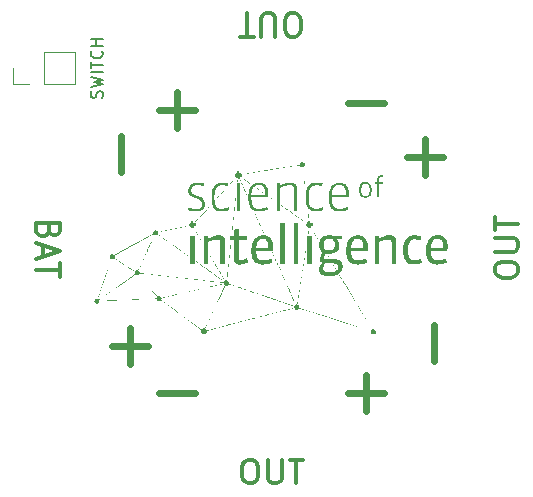
<source format=gbr>
%TF.GenerationSoftware,KiCad,Pcbnew,(6.0.0-rc1-29-g9238b27f63)*%
%TF.CreationDate,2021-12-03T12:51:39+01:00*%
%TF.ProjectId,robolympics_power,726f626f-6c79-46d7-9069-63735f706f77,rev?*%
%TF.SameCoordinates,Original*%
%TF.FileFunction,Legend,Top*%
%TF.FilePolarity,Positive*%
%FSLAX46Y46*%
G04 Gerber Fmt 4.6, Leading zero omitted, Abs format (unit mm)*
G04 Created by KiCad (PCBNEW (6.0.0-rc1-29-g9238b27f63)) date 2021-12-03 12:51:39*
%MOMM*%
%LPD*%
G01*
G04 APERTURE LIST*
%ADD10C,0.325000*%
%ADD11C,0.600000*%
%ADD12C,0.300000*%
%ADD13C,0.150000*%
%ADD14C,0.120000*%
G04 APERTURE END LIST*
D10*
X178362500Y-98000000D02*
G75*
G03*
X178362500Y-98000000I-162500J0D01*
G01*
X172362500Y-93800000D02*
G75*
G03*
X172362500Y-93800000I-162500J0D01*
G01*
X168462500Y-98000000D02*
G75*
G03*
X168462500Y-98000000I-162500J0D01*
G01*
D11*
X162285714Y-93523809D02*
X162285714Y-90476190D01*
D12*
X177000000Y-82095238D02*
X176619047Y-82095238D01*
X176428571Y-82000000D01*
X176238095Y-81809523D01*
X176142857Y-81428571D01*
X176142857Y-80761904D01*
X176238095Y-80380952D01*
X176428571Y-80190476D01*
X176619047Y-80095238D01*
X177000000Y-80095238D01*
X177190476Y-80190476D01*
X177380952Y-80380952D01*
X177476190Y-80761904D01*
X177476190Y-81428571D01*
X177380952Y-81809523D01*
X177190476Y-82000000D01*
X177000000Y-82095238D01*
X175285714Y-82095238D02*
X175285714Y-80476190D01*
X175190476Y-80285714D01*
X175095238Y-80190476D01*
X174904761Y-80095238D01*
X174523809Y-80095238D01*
X174333333Y-80190476D01*
X174238095Y-80285714D01*
X174142857Y-80476190D01*
X174142857Y-82095238D01*
X173476190Y-82095238D02*
X172333333Y-82095238D01*
X172904761Y-80095238D02*
X172904761Y-82095238D01*
D11*
X188714285Y-106476190D02*
X188714285Y-109523809D01*
X165476190Y-88285714D02*
X168523809Y-88285714D01*
X167000000Y-89809523D02*
X167000000Y-86761904D01*
D12*
X173000000Y-117904761D02*
X173380952Y-117904761D01*
X173571428Y-118000000D01*
X173761904Y-118190476D01*
X173857142Y-118571428D01*
X173857142Y-119238095D01*
X173761904Y-119619047D01*
X173571428Y-119809523D01*
X173380952Y-119904761D01*
X173000000Y-119904761D01*
X172809523Y-119809523D01*
X172619047Y-119619047D01*
X172523809Y-119238095D01*
X172523809Y-118571428D01*
X172619047Y-118190476D01*
X172809523Y-118000000D01*
X173000000Y-117904761D01*
X174714285Y-117904761D02*
X174714285Y-119523809D01*
X174809523Y-119714285D01*
X174904761Y-119809523D01*
X175095238Y-119904761D01*
X175476190Y-119904761D01*
X175666666Y-119809523D01*
X175761904Y-119714285D01*
X175857142Y-119523809D01*
X175857142Y-117904761D01*
X176523809Y-117904761D02*
X177666666Y-117904761D01*
X177095238Y-119904761D02*
X177095238Y-117904761D01*
D13*
X160654761Y-87250000D02*
X160702380Y-87107142D01*
X160702380Y-86869047D01*
X160654761Y-86773809D01*
X160607142Y-86726190D01*
X160511904Y-86678571D01*
X160416666Y-86678571D01*
X160321428Y-86726190D01*
X160273809Y-86773809D01*
X160226190Y-86869047D01*
X160178571Y-87059523D01*
X160130952Y-87154761D01*
X160083333Y-87202380D01*
X159988095Y-87250000D01*
X159892857Y-87250000D01*
X159797619Y-87202380D01*
X159750000Y-87154761D01*
X159702380Y-87059523D01*
X159702380Y-86821428D01*
X159750000Y-86678571D01*
X159702380Y-86345238D02*
X160702380Y-86107142D01*
X159988095Y-85916666D01*
X160702380Y-85726190D01*
X159702380Y-85488095D01*
X160702380Y-85107142D02*
X159702380Y-85107142D01*
X159702380Y-84773809D02*
X159702380Y-84202380D01*
X160702380Y-84488095D02*
X159702380Y-84488095D01*
X160607142Y-83297619D02*
X160654761Y-83345238D01*
X160702380Y-83488095D01*
X160702380Y-83583333D01*
X160654761Y-83726190D01*
X160559523Y-83821428D01*
X160464285Y-83869047D01*
X160273809Y-83916666D01*
X160130952Y-83916666D01*
X159940476Y-83869047D01*
X159845238Y-83821428D01*
X159750000Y-83726190D01*
X159702380Y-83583333D01*
X159702380Y-83488095D01*
X159750000Y-83345238D01*
X159797619Y-83297619D01*
X160702380Y-82869047D02*
X159702380Y-82869047D01*
X160178571Y-82869047D02*
X160178571Y-82297619D01*
X160702380Y-82297619D02*
X159702380Y-82297619D01*
D12*
X156142857Y-98523809D02*
X156047619Y-98809523D01*
X155952380Y-98904761D01*
X155761904Y-99000000D01*
X155476190Y-99000000D01*
X155285714Y-98904761D01*
X155190476Y-98809523D01*
X155095238Y-98619047D01*
X155095238Y-97857142D01*
X157095238Y-97857142D01*
X157095238Y-98523809D01*
X157000000Y-98714285D01*
X156904761Y-98809523D01*
X156714285Y-98904761D01*
X156523809Y-98904761D01*
X156333333Y-98809523D01*
X156238095Y-98714285D01*
X156142857Y-98523809D01*
X156142857Y-97857142D01*
X155666666Y-99761904D02*
X155666666Y-100714285D01*
X155095238Y-99571428D02*
X157095238Y-100238095D01*
X155095238Y-100904761D01*
X157095238Y-101285714D02*
X157095238Y-102428571D01*
X155095238Y-101857142D02*
X157095238Y-101857142D01*
D11*
X161476190Y-108285714D02*
X164523809Y-108285714D01*
X163000000Y-109809523D02*
X163000000Y-106761904D01*
X186476190Y-92285714D02*
X189523809Y-92285714D01*
X188000000Y-93809523D02*
X188000000Y-90761904D01*
X181476190Y-112285714D02*
X184523809Y-112285714D01*
X183000000Y-113809523D02*
X183000000Y-110761904D01*
X165476190Y-112285714D02*
X168523809Y-112285714D01*
X184523809Y-87714285D02*
X181476190Y-87714285D01*
D12*
X193904761Y-102000000D02*
X193904761Y-101619047D01*
X194000000Y-101428571D01*
X194190476Y-101238095D01*
X194571428Y-101142857D01*
X195238095Y-101142857D01*
X195619047Y-101238095D01*
X195809523Y-101428571D01*
X195904761Y-101619047D01*
X195904761Y-102000000D01*
X195809523Y-102190476D01*
X195619047Y-102380952D01*
X195238095Y-102476190D01*
X194571428Y-102476190D01*
X194190476Y-102380952D01*
X194000000Y-102190476D01*
X193904761Y-102000000D01*
X193904761Y-100285714D02*
X195523809Y-100285714D01*
X195714285Y-100190476D01*
X195809523Y-100095238D01*
X195904761Y-99904761D01*
X195904761Y-99523809D01*
X195809523Y-99333333D01*
X195714285Y-99238095D01*
X195523809Y-99142857D01*
X193904761Y-99142857D01*
X193904761Y-98476190D02*
X193904761Y-97333333D01*
X195904761Y-97904761D02*
X193904761Y-97904761D01*
D14*
%TO.C,J1*%
X154475000Y-86080000D02*
X153145000Y-86080000D01*
X158345000Y-86080000D02*
X158345000Y-83420000D01*
X155745000Y-83420000D02*
X158345000Y-83420000D01*
X155745000Y-86080000D02*
X155745000Y-83420000D01*
X155745000Y-86080000D02*
X158345000Y-86080000D01*
X153145000Y-86080000D02*
X153145000Y-84750000D01*
%TO.C,G\u002A\u002A\u002A*%
G36*
X177248342Y-97834216D02*
G01*
X177249291Y-97842233D01*
X177250169Y-97856183D01*
X177250977Y-97876536D01*
X177251719Y-97903758D01*
X177252395Y-97938319D01*
X177253010Y-97980687D01*
X177253565Y-98031329D01*
X177254063Y-98090713D01*
X177254507Y-98159308D01*
X177254898Y-98237581D01*
X177255239Y-98326001D01*
X177255533Y-98425036D01*
X177255782Y-98535154D01*
X177255988Y-98656823D01*
X177256155Y-98790511D01*
X177256284Y-98936687D01*
X177256378Y-99095817D01*
X177256439Y-99268371D01*
X177256470Y-99454817D01*
X177256475Y-99578742D01*
X177256475Y-101326046D01*
X176860829Y-101326046D01*
X176864523Y-97887142D01*
X177051341Y-97859517D01*
X177102268Y-97852028D01*
X177148621Y-97845293D01*
X177188360Y-97839601D01*
X177219450Y-97835241D01*
X177239853Y-97832503D01*
X177247318Y-97831665D01*
X177248342Y-97834216D01*
G37*
G36*
X177647094Y-92713554D02*
G01*
X177697619Y-92727226D01*
X177719309Y-92737592D01*
X177763428Y-92770067D01*
X177796574Y-92810584D01*
X177818366Y-92857058D01*
X177828423Y-92907404D01*
X177826364Y-92959540D01*
X177811807Y-93011380D01*
X177784372Y-93060842D01*
X177779620Y-93067277D01*
X177762972Y-93084235D01*
X177739576Y-93102267D01*
X177713785Y-93118620D01*
X177689950Y-93130536D01*
X177672423Y-93135262D01*
X177672238Y-93135264D01*
X177661423Y-93139622D01*
X177659502Y-93144491D01*
X177660366Y-93152781D01*
X177662867Y-93174739D01*
X177666901Y-93209481D01*
X177672364Y-93256126D01*
X177679151Y-93313793D01*
X177687157Y-93381600D01*
X177696279Y-93458664D01*
X177706412Y-93544104D01*
X177717451Y-93637039D01*
X177729293Y-93736586D01*
X177741833Y-93841864D01*
X177754966Y-93951991D01*
X177768456Y-94064978D01*
X177784512Y-94199473D01*
X177798894Y-94320198D01*
X177811682Y-94427930D01*
X177822959Y-94523445D01*
X177832806Y-94607520D01*
X177841304Y-94680932D01*
X177848534Y-94744457D01*
X177854578Y-94798873D01*
X177859517Y-94844955D01*
X177863433Y-94883482D01*
X177866407Y-94915228D01*
X177868520Y-94940972D01*
X177869853Y-94961490D01*
X177870489Y-94977558D01*
X177870508Y-94989953D01*
X177869992Y-94999453D01*
X177869022Y-95006833D01*
X177867739Y-95012650D01*
X177861876Y-95033723D01*
X177857347Y-95047944D01*
X177855841Y-95051302D01*
X177854709Y-95044455D01*
X177851955Y-95023905D01*
X177847683Y-94990501D01*
X177841995Y-94945090D01*
X177834995Y-94888520D01*
X177826787Y-94821640D01*
X177817473Y-94745298D01*
X177807158Y-94660341D01*
X177795945Y-94567617D01*
X177783936Y-94467975D01*
X177771236Y-94362262D01*
X177757947Y-94251327D01*
X177744174Y-94136017D01*
X177739875Y-94099968D01*
X177626220Y-93146323D01*
X177589704Y-93141777D01*
X177540109Y-93130695D01*
X177497776Y-93109556D01*
X177469176Y-93087058D01*
X177449203Y-93065539D01*
X177430089Y-93039131D01*
X177414425Y-93012100D01*
X177404799Y-92988713D01*
X177403000Y-92978063D01*
X177400761Y-92968138D01*
X177398800Y-92966830D01*
X177391330Y-92967987D01*
X177369928Y-92971401D01*
X177335128Y-92976986D01*
X177287464Y-92984655D01*
X177227467Y-92994322D01*
X177155671Y-93005902D01*
X177072609Y-93019308D01*
X176978814Y-93034453D01*
X176874818Y-93051253D01*
X176761156Y-93069620D01*
X176638358Y-93089468D01*
X176506960Y-93110712D01*
X176367493Y-93133265D01*
X176220491Y-93157041D01*
X176066486Y-93181954D01*
X175906011Y-93207918D01*
X175739600Y-93234847D01*
X175567786Y-93262653D01*
X175391100Y-93291252D01*
X175210077Y-93320558D01*
X175025249Y-93350483D01*
X174996613Y-93355120D01*
X174811163Y-93385143D01*
X174629395Y-93414558D01*
X174451844Y-93443280D01*
X174279044Y-93471223D01*
X174111532Y-93498299D01*
X173949842Y-93524424D01*
X173794510Y-93549510D01*
X173646070Y-93573471D01*
X173505059Y-93596221D01*
X173372010Y-93617674D01*
X173247460Y-93637744D01*
X173131944Y-93656344D01*
X173025996Y-93673388D01*
X172930152Y-93688791D01*
X172844948Y-93702465D01*
X172770917Y-93714324D01*
X172708596Y-93724283D01*
X172658520Y-93732254D01*
X172621224Y-93738152D01*
X172597243Y-93741891D01*
X172587112Y-93743384D01*
X172586823Y-93743409D01*
X172576795Y-93738679D01*
X172575303Y-93728133D01*
X172581535Y-93717235D01*
X172591506Y-93711942D01*
X172599936Y-93710494D01*
X172622294Y-93706795D01*
X172658043Y-93700932D01*
X172706644Y-93692992D01*
X172767562Y-93683063D01*
X172840257Y-93671231D01*
X172924195Y-93657583D01*
X173018836Y-93642207D01*
X173123645Y-93625190D01*
X173238083Y-93606619D01*
X173361614Y-93586581D01*
X173493700Y-93565164D01*
X173633805Y-93542453D01*
X173781390Y-93518537D01*
X173935919Y-93493503D01*
X174096855Y-93467437D01*
X174263660Y-93440428D01*
X174435798Y-93412561D01*
X174612730Y-93383925D01*
X174793920Y-93354606D01*
X174978830Y-93324692D01*
X175001019Y-93321103D01*
X177394048Y-92934015D01*
X177398111Y-92899710D01*
X177410725Y-92851596D01*
X177435391Y-92806150D01*
X177469542Y-92766526D01*
X177510611Y-92735874D01*
X177543760Y-92720883D01*
X177594098Y-92711277D01*
X177647094Y-92713554D01*
G37*
G36*
X178441094Y-98385179D02*
G01*
X178446921Y-98390458D01*
X178454949Y-98400141D01*
X178465734Y-98415090D01*
X178479831Y-98436165D01*
X178497798Y-98464228D01*
X178520190Y-98500141D01*
X178547564Y-98544763D01*
X178580475Y-98598958D01*
X178619481Y-98663584D01*
X178665136Y-98739505D01*
X178691128Y-98782796D01*
X178746742Y-98875463D01*
X178795292Y-98956388D01*
X178837247Y-99026396D01*
X178873079Y-99086312D01*
X178903256Y-99136961D01*
X178928250Y-99179167D01*
X178948530Y-99213757D01*
X178964567Y-99241554D01*
X178976832Y-99263384D01*
X178985793Y-99280071D01*
X178991922Y-99292441D01*
X178995689Y-99301317D01*
X178997563Y-99307526D01*
X178998016Y-99311892D01*
X178997517Y-99315240D01*
X178996537Y-99318394D01*
X178996505Y-99318497D01*
X178990703Y-99330322D01*
X178986801Y-99333146D01*
X178982333Y-99326984D01*
X178970971Y-99309204D01*
X178953308Y-99280782D01*
X178929936Y-99242696D01*
X178901448Y-99195922D01*
X178868439Y-99141437D01*
X178831500Y-99080218D01*
X178791225Y-99013241D01*
X178748208Y-98941482D01*
X178703041Y-98865920D01*
X178701483Y-98863309D01*
X178648676Y-98774775D01*
X178602949Y-98697956D01*
X178563832Y-98632010D01*
X178530854Y-98576097D01*
X178503546Y-98529374D01*
X178481437Y-98491000D01*
X178464057Y-98460133D01*
X178450934Y-98435932D01*
X178441600Y-98417555D01*
X178435582Y-98404160D01*
X178432412Y-98394906D01*
X178431618Y-98388951D01*
X178432731Y-98385453D01*
X178433817Y-98384390D01*
X178436911Y-98383444D01*
X178441094Y-98385179D01*
G37*
G36*
X184040119Y-93902068D02*
G01*
X184088557Y-93859820D01*
X184143111Y-93829568D01*
X184204908Y-93810918D01*
X184275072Y-93803473D01*
X184318950Y-93804078D01*
X184358219Y-93806176D01*
X184385063Y-93809002D01*
X184401664Y-93814408D01*
X184410206Y-93824247D01*
X184412873Y-93840372D01*
X184411848Y-93864634D01*
X184410528Y-93881780D01*
X184407593Y-93919290D01*
X184404674Y-93944442D01*
X184400433Y-93959467D01*
X184393531Y-93966597D01*
X184382633Y-93968063D01*
X184366400Y-93966097D01*
X184360525Y-93965207D01*
X184294947Y-93959366D01*
X184238250Y-93962585D01*
X184191267Y-93974668D01*
X184154829Y-93995416D01*
X184133024Y-94019327D01*
X184122076Y-94038243D01*
X184113715Y-94058914D01*
X184107617Y-94083572D01*
X184103455Y-94114452D01*
X184100906Y-94153789D01*
X184099643Y-94203815D01*
X184099343Y-94250750D01*
X184099164Y-94388117D01*
X184421517Y-94388117D01*
X184421517Y-94534641D01*
X184099164Y-94534641D01*
X184099164Y-95684857D01*
X183937987Y-95684857D01*
X183937987Y-94534641D01*
X183754831Y-94534641D01*
X183754831Y-94388117D01*
X183937987Y-94388117D01*
X183938114Y-94261739D01*
X183940057Y-94181269D01*
X183946092Y-94113012D01*
X183956788Y-94054957D01*
X183972715Y-94005094D01*
X183994444Y-93961412D01*
X184000991Y-93952207D01*
X184377560Y-93952207D01*
X184381223Y-93955870D01*
X184384886Y-93952207D01*
X184381223Y-93948543D01*
X184377560Y-93952207D01*
X184000991Y-93952207D01*
X184022546Y-93921901D01*
X184040119Y-93902068D01*
G37*
G36*
X172351677Y-94162663D02*
G01*
X172354820Y-94169496D01*
X172363498Y-94188813D01*
X172377306Y-94219704D01*
X172395840Y-94261258D01*
X172418694Y-94312565D01*
X172445463Y-94372714D01*
X172475742Y-94440796D01*
X172509126Y-94515900D01*
X172545210Y-94597115D01*
X172583589Y-94683532D01*
X172623857Y-94774239D01*
X172644021Y-94819671D01*
X172692255Y-94928406D01*
X172734862Y-95024580D01*
X172772184Y-95109013D01*
X172804565Y-95182526D01*
X172832347Y-95245939D01*
X172855872Y-95300073D01*
X172875485Y-95345747D01*
X172891526Y-95383783D01*
X172904339Y-95415000D01*
X172914267Y-95440219D01*
X172921651Y-95460260D01*
X172926836Y-95475943D01*
X172930164Y-95488089D01*
X172931977Y-95497518D01*
X172932618Y-95505051D01*
X172932518Y-95510244D01*
X172931957Y-95515565D01*
X172930798Y-95518781D01*
X172928697Y-95519167D01*
X172925315Y-95515998D01*
X172920309Y-95508551D01*
X172913339Y-95496101D01*
X172904063Y-95477924D01*
X172892139Y-95453296D01*
X172877227Y-95421492D01*
X172858984Y-95381789D01*
X172837069Y-95333463D01*
X172811142Y-95275788D01*
X172780860Y-95208041D01*
X172745883Y-95129497D01*
X172705868Y-95039433D01*
X172660475Y-94937124D01*
X172630662Y-94869892D01*
X172588921Y-94775699D01*
X172548844Y-94685172D01*
X172510834Y-94599224D01*
X172475292Y-94518768D01*
X172442621Y-94444716D01*
X172413223Y-94377983D01*
X172387500Y-94319481D01*
X172365854Y-94270123D01*
X172348686Y-94230823D01*
X172336399Y-94202494D01*
X172329395Y-94186048D01*
X172327865Y-94182161D01*
X172330675Y-94172519D01*
X172339727Y-94163922D01*
X172349174Y-94161157D01*
X172351677Y-94162663D01*
G37*
G36*
X179868758Y-95354260D02*
G01*
X179891592Y-95212810D01*
X179922945Y-95083132D01*
X179962829Y-94965181D01*
X180011256Y-94858913D01*
X180068236Y-94764281D01*
X180133781Y-94681242D01*
X180146577Y-94667430D01*
X180197988Y-94617767D01*
X180251006Y-94576436D01*
X180310519Y-94539916D01*
X180355875Y-94516669D01*
X180445473Y-94480828D01*
X180542681Y-94455226D01*
X180644940Y-94439852D01*
X180749689Y-94434696D01*
X180854369Y-94439746D01*
X180956418Y-94454993D01*
X181053277Y-94480425D01*
X181142385Y-94516033D01*
X181150361Y-94519948D01*
X181187543Y-94540261D01*
X181226468Y-94564366D01*
X181261125Y-94588434D01*
X181275549Y-94599732D01*
X181339411Y-94662213D01*
X181394993Y-94736203D01*
X181441903Y-94820868D01*
X181479751Y-94915372D01*
X181508146Y-95018877D01*
X181526699Y-95130549D01*
X181527723Y-95139604D01*
X181529630Y-95164320D01*
X181531192Y-95199097D01*
X181532414Y-95241908D01*
X181533300Y-95290726D01*
X181533856Y-95343521D01*
X181534085Y-95398268D01*
X181533993Y-95452937D01*
X181533583Y-95505502D01*
X181532861Y-95553935D01*
X181531830Y-95596207D01*
X181530496Y-95630292D01*
X181528863Y-95654162D01*
X181526935Y-95665788D01*
X181526543Y-95666439D01*
X181518779Y-95667234D01*
X181497618Y-95668303D01*
X181464311Y-95669614D01*
X181420110Y-95671137D01*
X181366268Y-95672841D01*
X181304035Y-95674694D01*
X181234664Y-95676665D01*
X181159407Y-95678723D01*
X181079515Y-95680838D01*
X180996240Y-95682977D01*
X180910834Y-95685111D01*
X180824549Y-95687207D01*
X180738637Y-95689234D01*
X180654349Y-95691163D01*
X180572938Y-95692961D01*
X180495654Y-95694597D01*
X180423751Y-95696040D01*
X180358480Y-95697260D01*
X180301092Y-95698224D01*
X180252839Y-95698903D01*
X180214974Y-95699264D01*
X180203447Y-95699312D01*
X180106374Y-95699510D01*
X180106399Y-95778267D01*
X180108701Y-95863024D01*
X180115219Y-95951183D01*
X180125454Y-96038997D01*
X180138906Y-96122718D01*
X180155075Y-96198599D01*
X180169393Y-96250385D01*
X180204074Y-96341233D01*
X180247480Y-96420332D01*
X180299687Y-96487759D01*
X180360771Y-96543593D01*
X180430808Y-96587913D01*
X180509876Y-96620796D01*
X180538621Y-96629329D01*
X180588826Y-96640214D01*
X180647937Y-96648872D01*
X180710308Y-96654776D01*
X180770290Y-96657397D01*
X180822237Y-96656207D01*
X180824344Y-96656051D01*
X180896083Y-96648209D01*
X180976202Y-96634908D01*
X181065758Y-96615914D01*
X181165808Y-96590993D01*
X181277408Y-96559910D01*
X181336761Y-96542319D01*
X181372567Y-96531998D01*
X181403300Y-96524040D01*
X181426297Y-96519066D01*
X181438895Y-96517699D01*
X181440334Y-96518163D01*
X181443631Y-96527053D01*
X181449061Y-96547467D01*
X181455923Y-96576550D01*
X181463518Y-96611451D01*
X181465078Y-96618950D01*
X181472660Y-96655372D01*
X181479420Y-96687262D01*
X181484691Y-96711523D01*
X181487810Y-96725059D01*
X181488083Y-96726086D01*
X181486770Y-96732843D01*
X181477467Y-96739741D01*
X181458076Y-96747884D01*
X181427125Y-96758179D01*
X181343657Y-96782402D01*
X181251371Y-96805709D01*
X181156094Y-96826731D01*
X181063654Y-96844097D01*
X181057531Y-96845125D01*
X180962696Y-96859781D01*
X180879192Y-96870073D01*
X180804405Y-96876128D01*
X180735719Y-96878069D01*
X180670518Y-96876022D01*
X180606186Y-96870112D01*
X180586864Y-96867632D01*
X180475960Y-96846137D01*
X180372194Y-96813011D01*
X180276516Y-96768667D01*
X180189880Y-96713517D01*
X180141403Y-96674326D01*
X180108592Y-96641164D01*
X180073228Y-96598391D01*
X180038230Y-96549988D01*
X180006515Y-96499936D01*
X179985883Y-96462209D01*
X179944476Y-96368910D01*
X179910967Y-96269094D01*
X179885028Y-96161279D01*
X179866334Y-96043980D01*
X179854559Y-95915715D01*
X179851264Y-95849697D01*
X179848606Y-95672659D01*
X179854380Y-95509028D01*
X180090715Y-95509028D01*
X180129681Y-95509036D01*
X180144200Y-95508910D01*
X180171896Y-95508544D01*
X180211294Y-95507962D01*
X180260923Y-95507188D01*
X180319309Y-95506244D01*
X180384977Y-95505156D01*
X180456456Y-95503946D01*
X180532270Y-95502639D01*
X180582579Y-95501758D01*
X180664839Y-95500275D01*
X180747259Y-95498722D01*
X180827833Y-95497142D01*
X180904554Y-95495577D01*
X180975414Y-95494069D01*
X181038405Y-95492660D01*
X181091522Y-95491393D01*
X181132756Y-95490309D01*
X181144866Y-95489954D01*
X181293222Y-95485437D01*
X181293179Y-95334224D01*
X181291753Y-95243116D01*
X181287265Y-95164145D01*
X181279317Y-95095041D01*
X181267510Y-95033534D01*
X181251447Y-94977351D01*
X181230729Y-94924223D01*
X181215702Y-94892477D01*
X181173292Y-94823792D01*
X181120586Y-94765123D01*
X181058274Y-94716786D01*
X180987043Y-94679097D01*
X180907581Y-94652373D01*
X180820576Y-94636931D01*
X180726717Y-94633086D01*
X180660580Y-94637132D01*
X180566698Y-94652174D01*
X180482749Y-94677785D01*
X180408122Y-94714362D01*
X180342207Y-94762298D01*
X180284393Y-94821989D01*
X180234069Y-94893829D01*
X180216984Y-94924020D01*
X180186793Y-94987290D01*
X180161239Y-95056071D01*
X180139930Y-95132064D01*
X180122470Y-95216968D01*
X180108465Y-95312484D01*
X180097521Y-95420312D01*
X180095278Y-95448587D01*
X180090715Y-95509028D01*
X179854380Y-95509028D01*
X179854433Y-95507528D01*
X179868758Y-95354260D01*
G37*
G36*
X169891353Y-96271786D02*
G01*
X169893382Y-96274627D01*
X169892601Y-96280002D01*
X169888557Y-96288434D01*
X169880796Y-96300447D01*
X169868863Y-96316564D01*
X169852305Y-96337309D01*
X169830668Y-96363204D01*
X169803497Y-96394773D01*
X169770338Y-96432539D01*
X169730737Y-96477026D01*
X169684241Y-96528758D01*
X169630395Y-96588257D01*
X169568745Y-96656046D01*
X169498836Y-96732650D01*
X169420216Y-96818592D01*
X169332429Y-96914395D01*
X169263571Y-96989468D01*
X169184959Y-97075153D01*
X169108678Y-97158299D01*
X169035361Y-97238220D01*
X168965640Y-97314225D01*
X168900145Y-97385626D01*
X168839509Y-97451734D01*
X168784363Y-97511861D01*
X168735340Y-97565317D01*
X168693070Y-97611413D01*
X168658187Y-97649462D01*
X168631321Y-97678774D01*
X168613104Y-97698659D01*
X168604211Y-97708383D01*
X168586046Y-97727519D01*
X168574211Y-97737069D01*
X168565722Y-97738757D01*
X168558357Y-97734890D01*
X168557185Y-97732779D01*
X168557853Y-97728998D01*
X168560835Y-97723012D01*
X168566604Y-97714289D01*
X168575633Y-97702294D01*
X168588397Y-97686494D01*
X168605368Y-97666356D01*
X168627021Y-97641346D01*
X168653829Y-97610930D01*
X168686266Y-97574576D01*
X168724805Y-97531749D01*
X168769920Y-97481916D01*
X168822084Y-97424543D01*
X168881771Y-97359098D01*
X168949455Y-97285046D01*
X169025608Y-97201854D01*
X169110706Y-97108988D01*
X169205221Y-97005916D01*
X169212406Y-96998082D01*
X169292924Y-96910358D01*
X169370773Y-96825660D01*
X169445375Y-96744612D01*
X169516149Y-96667839D01*
X169582519Y-96595963D01*
X169643904Y-96529610D01*
X169699725Y-96469403D01*
X169749405Y-96415966D01*
X169792364Y-96369923D01*
X169828024Y-96331897D01*
X169855805Y-96302514D01*
X169875128Y-96282396D01*
X169885415Y-96272168D01*
X169886970Y-96270955D01*
X169891353Y-96271786D01*
G37*
G36*
X168509832Y-98382351D02*
G01*
X168520518Y-98400386D01*
X168537586Y-98429201D01*
X168560495Y-98467883D01*
X168588703Y-98515516D01*
X168621670Y-98571188D01*
X168658854Y-98633983D01*
X168699713Y-98702988D01*
X168743707Y-98777288D01*
X168790294Y-98855971D01*
X168827003Y-98917972D01*
X168883655Y-99013708D01*
X168933261Y-99097674D01*
X168976277Y-99170685D01*
X169013159Y-99233560D01*
X169044363Y-99287113D01*
X169070347Y-99332160D01*
X169091566Y-99369518D01*
X169108476Y-99400003D01*
X169121534Y-99424430D01*
X169131195Y-99443617D01*
X169137918Y-99458378D01*
X169142157Y-99469531D01*
X169144369Y-99477890D01*
X169145010Y-99484273D01*
X169144920Y-99486566D01*
X169144157Y-99490749D01*
X169142385Y-99492563D01*
X169139151Y-99491284D01*
X169134000Y-99486189D01*
X169126479Y-99476553D01*
X169116132Y-99461654D01*
X169102507Y-99440767D01*
X169085149Y-99413169D01*
X169063603Y-99378136D01*
X169037416Y-99334944D01*
X169006134Y-99282871D01*
X168969302Y-99221191D01*
X168926467Y-99149181D01*
X168877174Y-99066119D01*
X168820968Y-98971279D01*
X168810855Y-98954205D01*
X168753337Y-98857059D01*
X168702881Y-98771726D01*
X168659054Y-98697431D01*
X168621421Y-98633398D01*
X168589548Y-98578850D01*
X168563002Y-98533012D01*
X168541348Y-98495107D01*
X168524153Y-98464361D01*
X168510982Y-98439996D01*
X168501402Y-98421237D01*
X168494978Y-98407307D01*
X168491277Y-98397432D01*
X168489863Y-98390835D01*
X168490305Y-98386739D01*
X168492153Y-98384380D01*
X168502762Y-98377313D01*
X168506069Y-98376010D01*
X168509832Y-98382351D01*
G37*
G36*
X168494318Y-101326046D02*
G01*
X168091376Y-101326046D01*
X168091376Y-98937698D01*
X168494318Y-98937698D01*
X168494318Y-101326046D01*
G37*
G36*
X172512014Y-94025675D02*
G01*
X172519676Y-94028229D01*
X172531076Y-94033867D01*
X172547079Y-94043152D01*
X172568550Y-94056648D01*
X172596352Y-94074917D01*
X172631351Y-94098524D01*
X172674410Y-94128031D01*
X172726395Y-94164001D01*
X172788168Y-94206999D01*
X172860596Y-94257586D01*
X172903121Y-94287333D01*
X172984509Y-94344384D01*
X173054484Y-94393659D01*
X173113723Y-94435660D01*
X173162903Y-94470887D01*
X173202702Y-94499840D01*
X173233798Y-94523021D01*
X173256869Y-94540930D01*
X173272592Y-94554069D01*
X173281643Y-94562937D01*
X173284703Y-94568037D01*
X173284407Y-94569125D01*
X173273082Y-94577222D01*
X173268284Y-94578105D01*
X173260977Y-94573912D01*
X173242747Y-94561995D01*
X173214646Y-94543076D01*
X173177722Y-94517878D01*
X173133025Y-94487123D01*
X173081607Y-94451535D01*
X173024516Y-94411836D01*
X172962802Y-94368748D01*
X172897516Y-94322996D01*
X172890049Y-94317752D01*
X172824229Y-94271521D01*
X172761751Y-94227636D01*
X172703684Y-94186848D01*
X172651098Y-94149907D01*
X172605060Y-94117565D01*
X172566639Y-94090572D01*
X172536904Y-94069678D01*
X172516923Y-94055635D01*
X172507764Y-94049193D01*
X172507501Y-94049007D01*
X172499121Y-94040006D01*
X172503084Y-94029417D01*
X172504450Y-94027568D01*
X172507227Y-94025643D01*
X172512014Y-94025675D01*
G37*
G36*
X173062260Y-95347653D02*
G01*
X173082382Y-95224161D01*
X173108479Y-95109522D01*
X173131543Y-95032082D01*
X173169619Y-94930771D01*
X173212570Y-94841638D01*
X173261603Y-94762679D01*
X173317920Y-94691887D01*
X173364795Y-94643769D01*
X173439456Y-94581213D01*
X173519303Y-94530436D01*
X173605430Y-94491047D01*
X173698934Y-94462657D01*
X173800909Y-94444873D01*
X173912453Y-94437306D01*
X173945025Y-94436965D01*
X174062318Y-94442758D01*
X174170591Y-94459856D01*
X174269696Y-94488157D01*
X174359485Y-94527559D01*
X174439809Y-94577961D01*
X174510520Y-94639259D01*
X174571470Y-94711354D01*
X174622511Y-94794141D01*
X174663494Y-94887521D01*
X174681643Y-94943182D01*
X174692608Y-94981987D01*
X174701578Y-95016877D01*
X174708752Y-95049922D01*
X174714327Y-95083195D01*
X174718501Y-95118767D01*
X174721470Y-95158711D01*
X174723434Y-95205099D01*
X174724590Y-95260002D01*
X174725135Y-95325492D01*
X174725267Y-95400358D01*
X174725137Y-95460838D01*
X174724769Y-95516635D01*
X174724191Y-95566067D01*
X174723436Y-95607450D01*
X174722532Y-95639103D01*
X174721510Y-95659342D01*
X174720485Y-95666441D01*
X174712720Y-95667238D01*
X174691556Y-95668308D01*
X174658245Y-95669620D01*
X174614039Y-95671143D01*
X174560189Y-95672847D01*
X174497946Y-95674700D01*
X174428561Y-95676671D01*
X174353287Y-95678729D01*
X174273373Y-95680842D01*
X174190071Y-95682981D01*
X174104633Y-95685114D01*
X174018310Y-95687209D01*
X173932354Y-95689236D01*
X173848014Y-95691163D01*
X173766544Y-95692960D01*
X173689193Y-95694596D01*
X173617214Y-95696039D01*
X173551857Y-95697258D01*
X173494374Y-95698223D01*
X173446017Y-95698902D01*
X173408036Y-95699264D01*
X173396351Y-95699312D01*
X173298240Y-95699510D01*
X173302309Y-95833213D01*
X173309751Y-95964766D01*
X173323837Y-96083538D01*
X173344812Y-96189933D01*
X173372923Y-96284352D01*
X173408414Y-96367198D01*
X173451532Y-96438872D01*
X173502522Y-96499777D01*
X173561629Y-96550314D01*
X173629099Y-96590885D01*
X173705178Y-96621893D01*
X173790112Y-96643740D01*
X173798500Y-96645326D01*
X173837609Y-96650320D01*
X173887069Y-96653375D01*
X173942712Y-96654532D01*
X174000370Y-96653833D01*
X174055877Y-96651319D01*
X174105065Y-96647031D01*
X174139169Y-96641950D01*
X174201980Y-96628646D01*
X174274826Y-96611407D01*
X174353932Y-96591199D01*
X174435523Y-96568985D01*
X174515557Y-96545809D01*
X174553867Y-96534660D01*
X174587097Y-96525577D01*
X174612801Y-96519181D01*
X174628530Y-96516096D01*
X174632235Y-96516150D01*
X174635093Y-96524374D01*
X174640284Y-96544348D01*
X174647180Y-96573470D01*
X174655155Y-96609140D01*
X174659257Y-96628176D01*
X174682245Y-96736170D01*
X174645146Y-96749488D01*
X174615870Y-96758948D01*
X174575410Y-96770558D01*
X174526938Y-96783532D01*
X174473628Y-96797085D01*
X174418650Y-96810431D01*
X174365177Y-96822785D01*
X174316381Y-96833361D01*
X174275434Y-96841375D01*
X174270571Y-96842237D01*
X174157561Y-96859919D01*
X174055841Y-96871428D01*
X173963463Y-96876868D01*
X173878476Y-96876341D01*
X173798929Y-96869949D01*
X173782968Y-96867903D01*
X173669544Y-96846508D01*
X173566122Y-96814553D01*
X173472522Y-96771873D01*
X173388567Y-96718305D01*
X173314076Y-96653684D01*
X173248870Y-96577846D01*
X173192770Y-96490628D01*
X173145598Y-96391865D01*
X173107173Y-96281392D01*
X173095353Y-96238359D01*
X173071434Y-96126769D01*
X173054044Y-96005564D01*
X173043104Y-95877382D01*
X173038535Y-95744862D01*
X173040257Y-95610642D01*
X173046307Y-95509028D01*
X173283657Y-95509028D01*
X173323124Y-95509036D01*
X173337739Y-95508910D01*
X173365528Y-95508544D01*
X173405017Y-95507962D01*
X173454728Y-95507187D01*
X173513187Y-95506244D01*
X173578919Y-95505155D01*
X173650446Y-95503945D01*
X173726295Y-95502637D01*
X173776522Y-95501758D01*
X173858782Y-95500275D01*
X173941202Y-95498722D01*
X174021776Y-95497142D01*
X174098497Y-95495577D01*
X174169357Y-95494069D01*
X174232348Y-95492660D01*
X174285465Y-95491393D01*
X174326699Y-95490309D01*
X174338809Y-95489954D01*
X174487165Y-95485437D01*
X174487165Y-95345022D01*
X174486742Y-95295901D01*
X174485571Y-95246981D01*
X174483795Y-95202033D01*
X174481558Y-95164831D01*
X174479452Y-95142525D01*
X174461406Y-95041378D01*
X174433782Y-94951224D01*
X174396609Y-94872103D01*
X174349918Y-94804055D01*
X174293736Y-94747120D01*
X174228094Y-94701337D01*
X174153021Y-94666748D01*
X174122231Y-94656607D01*
X174058420Y-94642621D01*
X173985783Y-94635073D01*
X173908661Y-94633968D01*
X173831393Y-94639313D01*
X173758320Y-94651112D01*
X173736933Y-94656148D01*
X173659350Y-94683384D01*
X173586693Y-94723467D01*
X173521330Y-94774814D01*
X173465627Y-94835847D01*
X173463310Y-94838896D01*
X173420263Y-94903715D01*
X173383677Y-94975821D01*
X173353206Y-95056397D01*
X173328506Y-95146627D01*
X173309231Y-95247694D01*
X173295036Y-95360780D01*
X173288625Y-95437597D01*
X173283657Y-95509028D01*
X173046307Y-95509028D01*
X173048192Y-95477359D01*
X173062260Y-95347653D01*
G37*
G36*
X187115007Y-98895363D02*
G01*
X187143207Y-98895984D01*
X187244410Y-98900075D01*
X187336862Y-98907301D01*
X187426260Y-98918336D01*
X187518298Y-98933849D01*
X187593770Y-98949102D01*
X187628363Y-98956615D01*
X187657327Y-98963113D01*
X187677888Y-98967958D01*
X187687275Y-98970515D01*
X187687541Y-98970655D01*
X187686736Y-98978008D01*
X187683340Y-98997329D01*
X187677838Y-99026265D01*
X187670714Y-99062457D01*
X187662454Y-99103551D01*
X187653543Y-99147190D01*
X187644465Y-99191017D01*
X187635707Y-99232677D01*
X187627752Y-99269813D01*
X187621086Y-99300069D01*
X187616194Y-99321089D01*
X187613561Y-99330517D01*
X187613407Y-99330771D01*
X187605733Y-99329954D01*
X187586639Y-99325785D01*
X187558803Y-99318904D01*
X187524903Y-99309951D01*
X187516129Y-99307555D01*
X187446262Y-99289384D01*
X187383669Y-99275646D01*
X187322324Y-99265264D01*
X187256198Y-99257163D01*
X187208850Y-99252701D01*
X187106399Y-99248550D01*
X187014064Y-99254815D01*
X186931501Y-99271766D01*
X186858363Y-99299675D01*
X186794303Y-99338813D01*
X186738975Y-99389450D01*
X186692033Y-99451858D01*
X186653132Y-99526308D01*
X186621923Y-99613070D01*
X186598063Y-99712417D01*
X186594131Y-99733879D01*
X186585558Y-99794846D01*
X186578778Y-99867351D01*
X186573824Y-99948387D01*
X186570729Y-100034947D01*
X186569523Y-100124023D01*
X186570240Y-100212607D01*
X186572912Y-100297691D01*
X186577570Y-100376269D01*
X186584247Y-100445332D01*
X186586345Y-100461552D01*
X186605678Y-100571889D01*
X186631537Y-100669145D01*
X186663943Y-100753367D01*
X186702917Y-100824604D01*
X186748480Y-100882903D01*
X186782914Y-100914920D01*
X186836280Y-100951268D01*
X186896018Y-100978520D01*
X186963594Y-100997052D01*
X187040476Y-101007237D01*
X187128127Y-101009451D01*
X187150534Y-101008852D01*
X187197798Y-101006288D01*
X187242514Y-101001722D01*
X187286888Y-100994589D01*
X187333131Y-100984321D01*
X187383449Y-100970354D01*
X187440053Y-100952121D01*
X187505149Y-100929057D01*
X187580946Y-100900595D01*
X187596946Y-100894451D01*
X187623498Y-100884550D01*
X187644228Y-100877431D01*
X187655862Y-100874196D01*
X187657216Y-100874214D01*
X187659256Y-100881672D01*
X187663864Y-100901515D01*
X187670606Y-100931784D01*
X187679052Y-100970524D01*
X187688769Y-101015776D01*
X187696984Y-101054477D01*
X187708827Y-101111235D01*
X187717629Y-101155272D01*
X187723624Y-101188149D01*
X187727046Y-101211428D01*
X187728128Y-101226669D01*
X187727105Y-101235433D01*
X187724628Y-101239041D01*
X187705659Y-101248184D01*
X187674662Y-101259460D01*
X187634000Y-101272238D01*
X187586034Y-101285886D01*
X187533126Y-101299775D01*
X187477637Y-101313272D01*
X187421930Y-101325747D01*
X187368366Y-101336570D01*
X187341015Y-101341530D01*
X187295083Y-101347900D01*
X187239851Y-101353064D01*
X187178539Y-101356944D01*
X187114367Y-101359466D01*
X187050555Y-101360552D01*
X186990323Y-101360127D01*
X186936890Y-101358113D01*
X186893477Y-101354436D01*
X186879464Y-101352454D01*
X186768725Y-101327840D01*
X186667515Y-101292134D01*
X186575569Y-101245144D01*
X186492621Y-101186677D01*
X186418407Y-101116538D01*
X186352661Y-101034536D01*
X186295118Y-100940476D01*
X186283680Y-100918437D01*
X186265862Y-100879042D01*
X186246609Y-100829688D01*
X186227411Y-100774774D01*
X186209756Y-100718698D01*
X186195135Y-100665860D01*
X186188207Y-100636472D01*
X186167280Y-100520115D01*
X186152343Y-100395439D01*
X186143368Y-100265376D01*
X186140329Y-100132855D01*
X186143201Y-100000809D01*
X186151957Y-99872169D01*
X186166571Y-99749866D01*
X186187015Y-99636830D01*
X186197584Y-99591841D01*
X186234407Y-99469882D01*
X186280065Y-99359562D01*
X186334542Y-99260900D01*
X186397821Y-99173917D01*
X186469885Y-99098631D01*
X186550719Y-99035060D01*
X186640307Y-98983226D01*
X186738631Y-98943145D01*
X186751255Y-98939051D01*
X186806555Y-98923038D01*
X186859863Y-98910971D01*
X186914270Y-98902510D01*
X186972868Y-98897314D01*
X187038750Y-98895046D01*
X187115007Y-98895363D01*
G37*
G36*
X181377783Y-99668125D02*
G01*
X181412252Y-99540733D01*
X181455509Y-99425021D01*
X181507594Y-99320935D01*
X181568548Y-99228423D01*
X181638412Y-99147432D01*
X181717225Y-99077910D01*
X181805029Y-99019802D01*
X181901864Y-98973058D01*
X182007770Y-98937623D01*
X182022324Y-98933815D01*
X182072543Y-98923135D01*
X182131874Y-98913828D01*
X182196542Y-98906204D01*
X182262773Y-98900572D01*
X182326793Y-98897241D01*
X182384826Y-98896520D01*
X182433099Y-98898718D01*
X182441129Y-98899522D01*
X182553382Y-98918308D01*
X182656420Y-98948459D01*
X182750078Y-98989827D01*
X182834188Y-99042259D01*
X182908584Y-99105605D01*
X182973098Y-99179715D01*
X183027565Y-99264437D01*
X183071817Y-99359622D01*
X183105687Y-99465118D01*
X183116105Y-99509298D01*
X183127489Y-99568726D01*
X183135907Y-99627872D01*
X183141555Y-99689682D01*
X183144632Y-99757099D01*
X183145333Y-99833067D01*
X183143856Y-99920530D01*
X183143788Y-99923075D01*
X183142242Y-99975612D01*
X183140522Y-100026165D01*
X183138739Y-100071932D01*
X183137008Y-100110106D01*
X183135442Y-100137884D01*
X183134735Y-100147235D01*
X183130430Y-100195566D01*
X182854702Y-100200507D01*
X182745852Y-100202508D01*
X182637235Y-100204601D01*
X182530145Y-100206756D01*
X182425876Y-100208943D01*
X182325720Y-100211131D01*
X182230971Y-100213291D01*
X182142924Y-100215392D01*
X182062871Y-100217403D01*
X181992105Y-100219295D01*
X181931921Y-100221037D01*
X181883611Y-100222599D01*
X181848469Y-100223951D01*
X181844520Y-100224129D01*
X181747447Y-100228614D01*
X181747447Y-100300349D01*
X181750365Y-100389696D01*
X181758727Y-100479756D01*
X181771946Y-100566273D01*
X181789435Y-100644994D01*
X181799992Y-100681338D01*
X181832216Y-100761633D01*
X181874039Y-100830966D01*
X181925312Y-100889193D01*
X181985881Y-100936169D01*
X182055596Y-100971748D01*
X182126553Y-100994029D01*
X182163613Y-101000257D01*
X182211665Y-101004688D01*
X182267163Y-101007325D01*
X182326557Y-101008168D01*
X182386299Y-101007220D01*
X182442840Y-101004483D01*
X182492633Y-100999959D01*
X182531353Y-100993815D01*
X182666262Y-100962465D01*
X182809364Y-100924490D01*
X182892914Y-100900318D01*
X182933089Y-100888627D01*
X182968248Y-100878918D01*
X182996063Y-100871792D01*
X183014206Y-100867851D01*
X183020298Y-100867467D01*
X183022781Y-100875461D01*
X183027645Y-100895802D01*
X183034446Y-100926456D01*
X183042740Y-100965391D01*
X183052084Y-101010577D01*
X183058593Y-101042754D01*
X183092964Y-101214117D01*
X183000808Y-101244260D01*
X182897501Y-101275711D01*
X182791776Y-101303506D01*
X182685765Y-101327304D01*
X182581603Y-101346764D01*
X182481422Y-101361542D01*
X182387355Y-101371298D01*
X182301535Y-101375688D01*
X182226096Y-101374371D01*
X182201673Y-101372412D01*
X182084353Y-101356752D01*
X181978958Y-101334224D01*
X181884191Y-101304281D01*
X181798756Y-101266374D01*
X181721358Y-101219955D01*
X181650700Y-101164475D01*
X181604275Y-101119660D01*
X181548281Y-101055569D01*
X181501008Y-100988584D01*
X181460488Y-100915370D01*
X181424752Y-100832591D01*
X181408406Y-100787569D01*
X181379294Y-100687993D01*
X181356276Y-100577220D01*
X181339478Y-100457432D01*
X181329027Y-100330813D01*
X181325046Y-100199545D01*
X181327663Y-100065813D01*
X181335156Y-99958284D01*
X181747447Y-99958284D01*
X181954413Y-99953570D01*
X182011524Y-99952322D01*
X182079903Y-99950915D01*
X182156168Y-99949412D01*
X182236935Y-99947879D01*
X182318823Y-99946379D01*
X182398448Y-99944978D01*
X182456985Y-99943992D01*
X182752592Y-99939127D01*
X182749313Y-99758935D01*
X182748094Y-99700015D01*
X182746704Y-99653381D01*
X182744955Y-99616664D01*
X182742656Y-99587500D01*
X182739617Y-99563519D01*
X182735649Y-99542355D01*
X182730562Y-99521642D01*
X182730155Y-99520133D01*
X182703685Y-99441330D01*
X182669998Y-99374419D01*
X182628469Y-99318206D01*
X182619015Y-99307985D01*
X182568665Y-99263418D01*
X182512785Y-99229547D01*
X182449786Y-99205789D01*
X182378078Y-99191563D01*
X182296069Y-99186288D01*
X182285924Y-99186229D01*
X182229715Y-99187246D01*
X182183563Y-99190775D01*
X182142993Y-99197452D01*
X182103529Y-99207916D01*
X182080844Y-99215457D01*
X182015753Y-99246012D01*
X181956922Y-99289432D01*
X181904897Y-99345087D01*
X181860226Y-99412348D01*
X181823457Y-99490587D01*
X181810778Y-99525736D01*
X181795350Y-99579540D01*
X181780911Y-99643464D01*
X181768188Y-99712979D01*
X181757906Y-99783554D01*
X181750789Y-99850661D01*
X181747563Y-99909769D01*
X181747447Y-99921308D01*
X181747447Y-99958284D01*
X181335156Y-99958284D01*
X181337001Y-99931800D01*
X181338270Y-99921308D01*
X181352061Y-99807248D01*
X181377783Y-99668125D01*
G37*
G36*
X170808477Y-94435166D02*
G01*
X170870257Y-94437388D01*
X170934689Y-94440973D01*
X170998805Y-94445785D01*
X171059636Y-94451690D01*
X171109778Y-94457922D01*
X171150873Y-94464126D01*
X171194244Y-94471369D01*
X171237173Y-94479119D01*
X171276944Y-94486845D01*
X171310842Y-94494017D01*
X171336151Y-94500103D01*
X171350153Y-94504572D01*
X171351209Y-94505129D01*
X171353969Y-94511211D01*
X171353804Y-94525400D01*
X171350506Y-94549312D01*
X171343868Y-94584563D01*
X171336519Y-94619667D01*
X171328052Y-94657945D01*
X171320266Y-94691106D01*
X171313814Y-94716515D01*
X171309350Y-94731542D01*
X171308057Y-94734350D01*
X171298790Y-94735546D01*
X171280520Y-94732544D01*
X171266856Y-94728877D01*
X171225231Y-94717598D01*
X171173264Y-94705679D01*
X171115194Y-94693945D01*
X171055258Y-94683220D01*
X170997693Y-94674329D01*
X170964147Y-94669993D01*
X170848550Y-94661028D01*
X170743127Y-94662502D01*
X170647604Y-94674584D01*
X170561705Y-94697443D01*
X170485155Y-94731248D01*
X170417677Y-94776167D01*
X170358997Y-94832370D01*
X170308838Y-94900027D01*
X170266925Y-94979305D01*
X170232983Y-95070373D01*
X170216987Y-95128065D01*
X170198156Y-95219596D01*
X170183692Y-95322167D01*
X170173588Y-95432925D01*
X170167837Y-95549020D01*
X170166432Y-95667598D01*
X170169367Y-95785809D01*
X170176633Y-95900800D01*
X170188225Y-96009719D01*
X170204134Y-96109716D01*
X170219583Y-96179865D01*
X170250192Y-96279510D01*
X170288413Y-96366760D01*
X170334443Y-96441860D01*
X170388483Y-96505056D01*
X170450729Y-96556591D01*
X170521380Y-96596710D01*
X170574964Y-96617807D01*
X170652277Y-96637406D01*
X170738166Y-96648402D01*
X170829317Y-96650755D01*
X170922419Y-96644426D01*
X171014156Y-96629375D01*
X171040179Y-96623337D01*
X171080208Y-96612708D01*
X171128618Y-96598812D01*
X171179978Y-96583262D01*
X171228855Y-96567673D01*
X171240621Y-96563767D01*
X171278813Y-96551432D01*
X171312126Y-96541555D01*
X171338117Y-96534792D01*
X171354343Y-96531795D01*
X171358524Y-96532204D01*
X171362719Y-96542189D01*
X171368655Y-96562977D01*
X171375694Y-96591512D01*
X171383197Y-96624738D01*
X171390527Y-96659597D01*
X171397044Y-96693034D01*
X171402111Y-96721991D01*
X171405089Y-96743414D01*
X171405339Y-96754244D01*
X171405025Y-96754854D01*
X171395074Y-96759789D01*
X171373899Y-96767666D01*
X171344410Y-96777574D01*
X171309517Y-96788597D01*
X171272131Y-96799822D01*
X171235163Y-96810336D01*
X171201523Y-96819226D01*
X171194156Y-96821043D01*
X171113631Y-96838083D01*
X171027906Y-96851780D01*
X170940071Y-96861921D01*
X170853212Y-96868290D01*
X170770420Y-96870672D01*
X170694782Y-96868854D01*
X170629387Y-96862620D01*
X170618921Y-96861009D01*
X170514198Y-96837681D01*
X170418372Y-96803550D01*
X170331305Y-96758435D01*
X170252856Y-96702160D01*
X170182886Y-96634545D01*
X170121255Y-96555411D01*
X170067823Y-96464581D01*
X170022452Y-96361875D01*
X169985000Y-96247115D01*
X169955328Y-96120123D01*
X169933867Y-95985232D01*
X169930141Y-95949626D01*
X169926481Y-95903197D01*
X169923121Y-95849773D01*
X169920297Y-95793184D01*
X169918244Y-95737258D01*
X169917911Y-95725151D01*
X169917655Y-95557267D01*
X169925735Y-95400979D01*
X169942135Y-95256360D01*
X169966836Y-95123478D01*
X169999818Y-95002404D01*
X170041064Y-94893208D01*
X170090554Y-94795961D01*
X170148270Y-94710733D01*
X170204177Y-94647395D01*
X170277542Y-94583799D01*
X170359418Y-94531374D01*
X170450269Y-94489908D01*
X170550561Y-94459193D01*
X170660762Y-94439018D01*
X170668746Y-94438009D01*
X170704753Y-94435342D01*
X170752320Y-94434439D01*
X170808477Y-94435166D01*
G37*
G36*
X174829059Y-95637275D02*
G01*
X174838004Y-95643372D01*
X174857226Y-95656658D01*
X174885223Y-95676087D01*
X174920495Y-95700612D01*
X174961542Y-95729186D01*
X175006864Y-95760763D01*
X175054960Y-95794294D01*
X175104329Y-95828734D01*
X175153473Y-95863036D01*
X175200889Y-95896152D01*
X175245078Y-95927035D01*
X175284539Y-95954640D01*
X175317772Y-95977918D01*
X175343277Y-95995823D01*
X175359553Y-96007308D01*
X175365031Y-96011257D01*
X175366002Y-96019078D01*
X175365031Y-96031039D01*
X175363746Y-96034733D01*
X175360439Y-96036232D01*
X175354091Y-96034895D01*
X175343686Y-96030081D01*
X175328206Y-96021149D01*
X175306635Y-96007460D01*
X175277956Y-95988373D01*
X175241152Y-95963248D01*
X175195206Y-95931443D01*
X175139100Y-95892318D01*
X175087915Y-95856506D01*
X175022265Y-95810448D01*
X174967695Y-95771927D01*
X174923211Y-95740182D01*
X174887819Y-95714449D01*
X174860524Y-95693965D01*
X174840333Y-95677969D01*
X174826249Y-95665698D01*
X174817280Y-95656389D01*
X174812431Y-95649279D01*
X174810744Y-95643950D01*
X174808306Y-95623768D01*
X174829059Y-95637275D01*
G37*
G36*
X165268759Y-104326091D02*
G01*
X165265857Y-104317862D01*
X165258286Y-104295512D01*
X165251421Y-104283785D01*
X165241795Y-104279259D01*
X165226000Y-104278512D01*
X165216453Y-104278820D01*
X165192861Y-104279728D01*
X165155818Y-104281211D01*
X165105920Y-104283245D01*
X165043760Y-104285803D01*
X164969934Y-104288861D01*
X164885034Y-104292395D01*
X164789657Y-104296379D01*
X164684395Y-104300787D01*
X164569844Y-104305596D01*
X164446598Y-104310781D01*
X164315251Y-104316315D01*
X164176398Y-104322175D01*
X164030634Y-104328335D01*
X163878552Y-104334771D01*
X163720746Y-104341457D01*
X163557813Y-104348369D01*
X163390345Y-104355480D01*
X163218937Y-104362768D01*
X163137534Y-104366232D01*
X162961060Y-104373740D01*
X162786522Y-104381159D01*
X162614616Y-104388461D01*
X162446042Y-104395616D01*
X162281497Y-104402594D01*
X162121681Y-104409366D01*
X161967292Y-104415902D01*
X161819028Y-104422174D01*
X161677588Y-104428150D01*
X161543669Y-104433803D01*
X161417971Y-104439102D01*
X161301192Y-104444017D01*
X161194031Y-104448521D01*
X161097184Y-104452582D01*
X161011353Y-104456172D01*
X160937233Y-104459262D01*
X160875525Y-104461820D01*
X160826926Y-104463819D01*
X160792134Y-104465229D01*
X160787136Y-104465428D01*
X160706513Y-104468598D01*
X160639295Y-104471267D01*
X160584249Y-104473605D01*
X160540142Y-104475788D01*
X160505744Y-104477986D01*
X160479820Y-104480373D01*
X160461139Y-104483121D01*
X160448469Y-104486404D01*
X160440576Y-104490394D01*
X160436229Y-104495263D01*
X160434196Y-104501185D01*
X160433244Y-104508332D01*
X160432417Y-104515148D01*
X160422853Y-104548486D01*
X160405407Y-104584295D01*
X160383358Y-104616884D01*
X160360290Y-104640331D01*
X160310113Y-104670260D01*
X160256911Y-104686589D01*
X160202475Y-104689122D01*
X160148592Y-104677664D01*
X160121914Y-104666376D01*
X160074546Y-104635661D01*
X160039390Y-104596875D01*
X160016321Y-104549831D01*
X160005215Y-104494341D01*
X160004882Y-104490121D01*
X160005651Y-104438935D01*
X160016909Y-104394955D01*
X160036746Y-104360315D01*
X160408761Y-104360315D01*
X160423947Y-104403665D01*
X160433020Y-104427618D01*
X160440645Y-104440692D01*
X160449442Y-104446083D01*
X160459471Y-104447015D01*
X160468414Y-104446706D01*
X160491404Y-104445798D01*
X160527851Y-104444314D01*
X160577164Y-104442279D01*
X160638750Y-104439720D01*
X160712020Y-104436659D01*
X160796380Y-104433124D01*
X160891242Y-104429138D01*
X160996012Y-104424726D01*
X161110100Y-104419913D01*
X161232914Y-104414725D01*
X161363863Y-104409186D01*
X161502357Y-104403322D01*
X161647803Y-104397156D01*
X161799611Y-104390715D01*
X161957189Y-104384022D01*
X162119946Y-104377104D01*
X162287290Y-104369985D01*
X162458631Y-104362689D01*
X162543783Y-104359061D01*
X162720134Y-104351548D01*
X162894424Y-104344126D01*
X163065963Y-104336825D01*
X163234061Y-104329673D01*
X163398028Y-104322701D01*
X163557172Y-104315937D01*
X163710806Y-104309410D01*
X163858237Y-104303151D01*
X163998776Y-104297187D01*
X164131733Y-104291549D01*
X164256417Y-104286266D01*
X164372138Y-104281367D01*
X164478206Y-104276880D01*
X164573931Y-104272837D01*
X164658623Y-104269265D01*
X164731590Y-104266194D01*
X164792144Y-104263653D01*
X164839594Y-104261672D01*
X164873250Y-104260280D01*
X164878829Y-104260052D01*
X164942969Y-104257381D01*
X165004648Y-104254709D01*
X165061805Y-104252134D01*
X165112383Y-104249752D01*
X165154322Y-104247659D01*
X165185561Y-104245953D01*
X165203014Y-104244813D01*
X165230373Y-104242383D01*
X165246250Y-104239540D01*
X165253780Y-104234889D01*
X165256100Y-104227034D01*
X165256290Y-104221108D01*
X165260542Y-104198292D01*
X165271496Y-104169067D01*
X165286890Y-104138613D01*
X165303096Y-104113877D01*
X165320022Y-104091687D01*
X164536040Y-103172082D01*
X163752058Y-102252476D01*
X163715808Y-102270417D01*
X163665170Y-102287614D01*
X163612115Y-102291308D01*
X163559181Y-102281785D01*
X163508905Y-102259334D01*
X163487122Y-102244556D01*
X163471998Y-102233515D01*
X163777884Y-102233515D01*
X164561171Y-103152278D01*
X165344457Y-104071041D01*
X165381503Y-104053312D01*
X165431464Y-104037091D01*
X165483146Y-104034072D01*
X165534022Y-104043435D01*
X165581563Y-104064357D01*
X165623243Y-104096019D01*
X165656531Y-104137599D01*
X165660170Y-104143794D01*
X165673273Y-104165985D01*
X165682884Y-104177831D01*
X165692281Y-104181984D01*
X165704739Y-104181097D01*
X165705996Y-104180883D01*
X165714742Y-104178978D01*
X165737266Y-104173928D01*
X165773062Y-104165846D01*
X165821623Y-104154850D01*
X165882442Y-104141053D01*
X165955014Y-104124573D01*
X166038830Y-104105522D01*
X166133386Y-104084018D01*
X166238173Y-104060176D01*
X166352687Y-104034110D01*
X166476419Y-104005937D01*
X166608863Y-103975772D01*
X166749514Y-103943729D01*
X166897863Y-103909925D01*
X167053405Y-103874474D01*
X167215634Y-103837493D01*
X167384042Y-103799096D01*
X167558122Y-103759399D01*
X167737369Y-103718517D01*
X167921276Y-103676566D01*
X168109336Y-103633661D01*
X168301042Y-103589917D01*
X168333141Y-103582592D01*
X168525377Y-103538724D01*
X168714038Y-103495674D01*
X168898617Y-103453558D01*
X169078610Y-103412490D01*
X169253509Y-103372588D01*
X169422810Y-103333965D01*
X169586005Y-103296737D01*
X169742590Y-103261019D01*
X169892058Y-103226928D01*
X170033903Y-103194577D01*
X170167620Y-103164084D01*
X170292701Y-103135562D01*
X170408643Y-103109128D01*
X170514937Y-103084896D01*
X170611079Y-103062982D01*
X170696563Y-103043502D01*
X170770883Y-103026571D01*
X170833532Y-103012304D01*
X170884004Y-103000817D01*
X170921795Y-102992224D01*
X170946397Y-102986642D01*
X170957306Y-102984186D01*
X170957759Y-102984088D01*
X170972844Y-102977838D01*
X170977756Y-102964446D01*
X170977906Y-102959521D01*
X170976026Y-102945706D01*
X170967580Y-102938598D01*
X170950433Y-102934722D01*
X170941713Y-102933652D01*
X170919012Y-102930977D01*
X170882867Y-102926758D01*
X170833819Y-102921058D01*
X170772406Y-102913938D01*
X170699168Y-102905462D01*
X170614642Y-102895689D01*
X170519369Y-102884684D01*
X170413887Y-102872507D01*
X170298736Y-102859221D01*
X170174454Y-102844887D01*
X170041581Y-102829568D01*
X169900655Y-102813325D01*
X169752215Y-102796221D01*
X169596802Y-102778318D01*
X169434953Y-102759677D01*
X169267207Y-102740361D01*
X169094105Y-102720431D01*
X168916184Y-102699949D01*
X168733984Y-102678978D01*
X168548044Y-102657580D01*
X168358903Y-102635816D01*
X168167100Y-102613748D01*
X167973173Y-102591439D01*
X167777663Y-102568950D01*
X167581108Y-102546344D01*
X167384047Y-102523682D01*
X167187019Y-102501026D01*
X166990564Y-102478439D01*
X166795219Y-102455982D01*
X166601525Y-102433717D01*
X166410020Y-102411707D01*
X166221244Y-102390013D01*
X166035735Y-102368697D01*
X165854032Y-102347821D01*
X165676675Y-102327448D01*
X165504203Y-102307639D01*
X165337154Y-102288456D01*
X165176068Y-102269962D01*
X165021483Y-102252217D01*
X164873939Y-102235285D01*
X164733975Y-102219227D01*
X164602129Y-102204105D01*
X164478942Y-102189982D01*
X164364951Y-102176918D01*
X164260696Y-102164977D01*
X164166717Y-102154219D01*
X164083551Y-102144708D01*
X164011738Y-102136505D01*
X163951817Y-102129672D01*
X163904328Y-102124271D01*
X163869808Y-102120364D01*
X163848798Y-102118013D01*
X163841846Y-102117277D01*
X163836390Y-102123588D01*
X163831275Y-102138834D01*
X163831138Y-102139447D01*
X163824286Y-102157955D01*
X163811888Y-102181799D01*
X163802076Y-102197566D01*
X163777884Y-102233515D01*
X163471998Y-102233515D01*
X163466996Y-102229863D01*
X163454111Y-102223232D01*
X163444438Y-102223362D01*
X163435585Y-102227908D01*
X163428221Y-102232989D01*
X163409394Y-102246152D01*
X163379619Y-102267037D01*
X163339407Y-102295281D01*
X163289272Y-102330525D01*
X163229726Y-102372407D01*
X163161282Y-102420565D01*
X163084454Y-102474639D01*
X162999754Y-102534268D01*
X162907695Y-102599090D01*
X162808790Y-102668744D01*
X162703552Y-102742869D01*
X162592494Y-102821105D01*
X162476129Y-102903089D01*
X162354969Y-102988461D01*
X162229527Y-103076859D01*
X162100317Y-103167923D01*
X161967851Y-103261291D01*
X161914019Y-103299237D01*
X160408761Y-104360315D01*
X160036746Y-104360315D01*
X160040020Y-104354597D01*
X160069225Y-104321239D01*
X160112389Y-104286154D01*
X160143944Y-104271680D01*
X160304827Y-104271680D01*
X160308338Y-104277711D01*
X160313042Y-104278512D01*
X160324004Y-104283103D01*
X160341244Y-104294967D01*
X160355745Y-104306949D01*
X160387790Y-104335387D01*
X160439107Y-104299543D01*
X160449676Y-104292122D01*
X160471685Y-104276636D01*
X160504598Y-104253462D01*
X160547879Y-104222980D01*
X160600992Y-104185565D01*
X160663400Y-104141596D01*
X160734569Y-104091450D01*
X160813961Y-104035506D01*
X160901042Y-103974141D01*
X160995275Y-103907731D01*
X161096124Y-103836657D01*
X161203054Y-103761294D01*
X161315528Y-103682020D01*
X161433010Y-103599214D01*
X161554965Y-103513253D01*
X161680856Y-103424515D01*
X161810148Y-103333376D01*
X161942304Y-103240216D01*
X161959331Y-103228214D01*
X162102241Y-103127426D01*
X162240184Y-103030054D01*
X162372734Y-102936398D01*
X162499470Y-102846761D01*
X162619966Y-102761444D01*
X162733800Y-102680749D01*
X162840548Y-102604978D01*
X162939787Y-102534433D01*
X163031092Y-102469415D01*
X163114041Y-102410227D01*
X163188209Y-102357169D01*
X163253173Y-102310545D01*
X163308509Y-102270656D01*
X163353794Y-102237803D01*
X163388605Y-102212288D01*
X163412517Y-102194413D01*
X163425107Y-102184481D01*
X163427054Y-102182476D01*
X163424716Y-102170521D01*
X163419727Y-102149055D01*
X163413200Y-102122850D01*
X163407203Y-102094842D01*
X163405364Y-102069872D01*
X163408051Y-102043552D01*
X163415633Y-102011497D01*
X163425232Y-101979528D01*
X163419543Y-101974201D01*
X163401759Y-101961222D01*
X163372167Y-101940780D01*
X163331050Y-101913060D01*
X163278694Y-101878250D01*
X163215384Y-101836536D01*
X163141406Y-101788107D01*
X163057045Y-101733147D01*
X162962585Y-101671845D01*
X162858312Y-101604388D01*
X162744512Y-101530962D01*
X162621469Y-101451754D01*
X162550528Y-101406159D01*
X161672818Y-100842331D01*
X161654561Y-100864027D01*
X161637837Y-100879172D01*
X161613686Y-100895656D01*
X161594515Y-100906245D01*
X161567726Y-100917886D01*
X161543068Y-100924179D01*
X161513698Y-100926574D01*
X161497677Y-100926767D01*
X161442629Y-100926767D01*
X160874949Y-102595808D01*
X160823505Y-102747056D01*
X160773295Y-102894675D01*
X160724524Y-103038061D01*
X160677396Y-103176612D01*
X160632116Y-103309727D01*
X160588890Y-103436805D01*
X160547921Y-103557242D01*
X160509414Y-103670437D01*
X160473575Y-103775789D01*
X160440607Y-103872694D01*
X160410717Y-103960553D01*
X160384107Y-104038761D01*
X160360985Y-104106719D01*
X160341553Y-104163823D01*
X160326017Y-104209472D01*
X160314581Y-104243064D01*
X160307451Y-104263997D01*
X160304831Y-104271669D01*
X160304827Y-104271680D01*
X160143944Y-104271680D01*
X160158398Y-104265050D01*
X160208879Y-104257309D01*
X160234685Y-104258116D01*
X160273584Y-104261342D01*
X160309435Y-104158202D01*
X160315162Y-104141571D01*
X160325374Y-104111739D01*
X160339842Y-104069377D01*
X160358336Y-104015160D01*
X160380629Y-103949759D01*
X160406490Y-103873846D01*
X160435692Y-103788095D01*
X160468006Y-103693176D01*
X160503202Y-103589764D01*
X160541051Y-103478531D01*
X160581326Y-103360148D01*
X160623796Y-103235288D01*
X160668234Y-103104625D01*
X160714410Y-102968829D01*
X160762095Y-102828574D01*
X160811061Y-102684532D01*
X160861079Y-102537376D01*
X160878991Y-102484672D01*
X160938200Y-102310440D01*
X160992860Y-102149546D01*
X161043148Y-102001457D01*
X161089239Y-101865643D01*
X161131308Y-101741569D01*
X161169529Y-101628705D01*
X161204080Y-101526518D01*
X161235133Y-101434474D01*
X161262866Y-101352043D01*
X161287453Y-101278692D01*
X161309069Y-101213889D01*
X161327889Y-101157100D01*
X161344089Y-101107795D01*
X161357844Y-101065441D01*
X161369329Y-101029505D01*
X161378719Y-100999455D01*
X161386190Y-100974759D01*
X161391916Y-100954885D01*
X161396074Y-100939300D01*
X161398838Y-100927472D01*
X161400383Y-100918869D01*
X161400885Y-100912958D01*
X161400518Y-100909208D01*
X161399459Y-100907086D01*
X161398541Y-100906360D01*
X161385765Y-100897237D01*
X161367002Y-100881616D01*
X161350293Y-100866548D01*
X161315067Y-100824319D01*
X161311390Y-100816594D01*
X161694194Y-100816594D01*
X161710721Y-100827723D01*
X161723079Y-100835851D01*
X161746479Y-100851045D01*
X161780070Y-100872760D01*
X161823003Y-100900451D01*
X161874427Y-100933573D01*
X161933493Y-100971581D01*
X161999350Y-101013929D01*
X162071148Y-101060072D01*
X162148036Y-101109465D01*
X162229166Y-101161563D01*
X162313686Y-101215820D01*
X162400746Y-101271692D01*
X162489497Y-101328633D01*
X162579088Y-101386098D01*
X162668668Y-101443542D01*
X162757389Y-101500419D01*
X162844399Y-101556185D01*
X162928848Y-101610293D01*
X163009887Y-101662200D01*
X163086665Y-101711360D01*
X163158332Y-101757227D01*
X163224038Y-101799257D01*
X163282933Y-101836904D01*
X163334166Y-101869623D01*
X163376888Y-101896869D01*
X163410248Y-101918096D01*
X163433396Y-101932760D01*
X163445482Y-101940315D01*
X163447108Y-101941256D01*
X163454413Y-101936560D01*
X163466863Y-101924779D01*
X163469086Y-101922435D01*
X163486303Y-101907173D01*
X163509316Y-101890547D01*
X163519815Y-101883973D01*
X163536402Y-101874986D01*
X163552013Y-101869277D01*
X163570688Y-101866116D01*
X163596467Y-101864775D01*
X163627694Y-101864523D01*
X163702605Y-101864523D01*
X163794490Y-101666715D01*
X163806987Y-101639786D01*
X163825280Y-101600329D01*
X163849013Y-101549117D01*
X163877829Y-101486919D01*
X163911370Y-101414508D01*
X163949279Y-101332652D01*
X163991200Y-101242124D01*
X164036776Y-101143694D01*
X164085650Y-101038134D01*
X164137464Y-100926213D01*
X164191863Y-100808703D01*
X164248488Y-100686375D01*
X164306984Y-100560000D01*
X164366993Y-100430348D01*
X164428159Y-100298190D01*
X164489642Y-100165339D01*
X165092909Y-98861771D01*
X165070245Y-98842956D01*
X165051162Y-98826133D01*
X165034408Y-98809824D01*
X165032804Y-98808113D01*
X165018027Y-98792085D01*
X163362302Y-99704014D01*
X163188416Y-99799796D01*
X163026928Y-99888776D01*
X162877391Y-99971202D01*
X162739358Y-100047326D01*
X162612384Y-100117398D01*
X162496023Y-100181667D01*
X162389829Y-100240384D01*
X162293355Y-100293800D01*
X162206156Y-100342165D01*
X162127786Y-100385728D01*
X162057797Y-100424740D01*
X161995745Y-100459451D01*
X161941183Y-100490112D01*
X161893666Y-100516973D01*
X161852746Y-100540283D01*
X161817978Y-100560294D01*
X161788917Y-100577255D01*
X161765115Y-100591416D01*
X161746127Y-100603029D01*
X161731507Y-100612342D01*
X161720808Y-100619607D01*
X161713585Y-100625073D01*
X161709391Y-100628991D01*
X161707781Y-100631611D01*
X161707733Y-100632157D01*
X161709306Y-100648490D01*
X161712082Y-100672768D01*
X161714121Y-100689214D01*
X161715553Y-100727636D01*
X161708698Y-100766436D01*
X161706773Y-100773326D01*
X161694194Y-100816594D01*
X161311390Y-100816594D01*
X161292442Y-100776781D01*
X161282452Y-100726162D01*
X161285133Y-100674690D01*
X161300521Y-100624596D01*
X161328651Y-100578108D01*
X161345387Y-100559050D01*
X161387774Y-100525534D01*
X161435628Y-100504371D01*
X161486576Y-100495538D01*
X161538245Y-100499008D01*
X161588263Y-100514757D01*
X161634255Y-100542760D01*
X161655943Y-100562310D01*
X161684598Y-100591697D01*
X163342661Y-99678799D01*
X165000724Y-98765900D01*
X164994723Y-98740074D01*
X164988077Y-98683507D01*
X164994130Y-98629271D01*
X165012151Y-98579630D01*
X165041410Y-98536850D01*
X165068310Y-98512105D01*
X165106349Y-98487955D01*
X165144948Y-98474215D01*
X165189761Y-98469056D01*
X165202033Y-98468892D01*
X165252468Y-98475912D01*
X165299759Y-98495543D01*
X165340968Y-98525898D01*
X165373155Y-98565088D01*
X165384320Y-98585999D01*
X165393837Y-98603828D01*
X165402254Y-98614240D01*
X165404688Y-98615345D01*
X165412515Y-98613875D01*
X165433943Y-98609569D01*
X165468229Y-98602579D01*
X165514630Y-98593060D01*
X165572404Y-98581166D01*
X165640807Y-98567050D01*
X165719098Y-98550866D01*
X165806532Y-98532768D01*
X165902367Y-98512910D01*
X166005861Y-98491445D01*
X166116270Y-98468527D01*
X166232851Y-98444310D01*
X166354862Y-98418948D01*
X166481560Y-98392595D01*
X166612201Y-98365403D01*
X166628886Y-98361929D01*
X166760166Y-98334610D01*
X166887712Y-98308097D01*
X167010773Y-98282547D01*
X167128597Y-98258113D01*
X167240431Y-98234951D01*
X167345525Y-98213216D01*
X167443126Y-98193063D01*
X167532481Y-98174647D01*
X167612840Y-98158122D01*
X167683450Y-98143644D01*
X167743560Y-98131367D01*
X167792417Y-98121447D01*
X167829270Y-98114039D01*
X167853366Y-98109297D01*
X167863954Y-98107376D01*
X167864263Y-98107343D01*
X167878486Y-98109531D01*
X167882578Y-98120173D01*
X167882579Y-98120330D01*
X167881714Y-98122316D01*
X167878704Y-98124590D01*
X167872923Y-98127289D01*
X167863746Y-98130549D01*
X167850549Y-98134510D01*
X167832706Y-98139306D01*
X167809592Y-98145077D01*
X167780583Y-98151960D01*
X167745053Y-98160091D01*
X167702378Y-98169608D01*
X167651932Y-98180649D01*
X167593091Y-98193350D01*
X167525229Y-98207849D01*
X167447722Y-98224283D01*
X167359944Y-98242791D01*
X167261272Y-98263508D01*
X167151079Y-98286572D01*
X167028740Y-98312121D01*
X166893632Y-98340292D01*
X166745128Y-98371223D01*
X166661526Y-98388625D01*
X166530038Y-98415996D01*
X166402294Y-98442596D01*
X166279044Y-98468269D01*
X166161038Y-98492857D01*
X166049025Y-98516205D01*
X165943757Y-98538156D01*
X165845982Y-98558553D01*
X165756451Y-98577240D01*
X165675914Y-98594060D01*
X165605120Y-98608857D01*
X165544820Y-98621474D01*
X165495764Y-98631755D01*
X165458701Y-98639543D01*
X165434382Y-98644682D01*
X165423557Y-98647014D01*
X165423168Y-98647106D01*
X165412627Y-98651701D01*
X165407099Y-98661394D01*
X165404665Y-98680350D01*
X165404265Y-98688179D01*
X165400617Y-98717618D01*
X165393409Y-98747104D01*
X165390458Y-98755421D01*
X165383395Y-98774753D01*
X165382329Y-98785486D01*
X165387188Y-98792356D01*
X165389850Y-98794416D01*
X165396848Y-98799413D01*
X165415241Y-98812509D01*
X165444480Y-98833313D01*
X165484014Y-98861435D01*
X165533297Y-98896484D01*
X165591778Y-98938071D01*
X165658908Y-98985805D01*
X165734140Y-99039295D01*
X165816923Y-99098153D01*
X165906710Y-99161987D01*
X166002951Y-99230407D01*
X166105097Y-99303022D01*
X166212600Y-99379444D01*
X166324910Y-99459281D01*
X166441479Y-99542143D01*
X166561757Y-99627640D01*
X166685197Y-99715382D01*
X166698792Y-99725046D01*
X166848285Y-99831324D01*
X166986252Y-99929453D01*
X167113129Y-100019747D01*
X167229349Y-100102521D01*
X167335349Y-100178090D01*
X167431563Y-100246769D01*
X167518425Y-100308872D01*
X167596371Y-100364714D01*
X167665836Y-100414611D01*
X167727254Y-100458876D01*
X167781060Y-100497826D01*
X167827689Y-100531773D01*
X167867576Y-100561034D01*
X167901155Y-100585923D01*
X167928862Y-100606756D01*
X167951131Y-100623845D01*
X167968398Y-100637508D01*
X167981096Y-100648058D01*
X167989662Y-100655810D01*
X167994529Y-100661079D01*
X167996133Y-100664179D01*
X167996135Y-100664266D01*
X167994786Y-100677444D01*
X167992450Y-100681338D01*
X167986306Y-100677168D01*
X167968851Y-100664957D01*
X167940717Y-100645154D01*
X167902538Y-100618207D01*
X167854943Y-100584564D01*
X167798567Y-100544675D01*
X167734039Y-100498988D01*
X167661994Y-100447951D01*
X167583062Y-100392013D01*
X167497875Y-100331623D01*
X167407067Y-100267229D01*
X167311267Y-100199279D01*
X167211109Y-100128223D01*
X167107225Y-100054509D01*
X167000247Y-99978586D01*
X166890805Y-99900901D01*
X166779534Y-99821904D01*
X166667064Y-99742043D01*
X166554027Y-99661767D01*
X166441056Y-99581524D01*
X166328783Y-99501763D01*
X166217839Y-99422933D01*
X166108857Y-99345482D01*
X166002468Y-99269858D01*
X165899305Y-99196510D01*
X165799999Y-99125887D01*
X165705183Y-99058438D01*
X165615488Y-98994610D01*
X165531547Y-98934853D01*
X165455860Y-98880947D01*
X165358879Y-98811854D01*
X165327848Y-98838416D01*
X165288050Y-98863651D01*
X165240652Y-98879675D01*
X165190134Y-98885575D01*
X165140972Y-98880435D01*
X165132627Y-98878272D01*
X165131215Y-98879167D01*
X165128677Y-98882615D01*
X165124844Y-98888981D01*
X165119544Y-98898631D01*
X165112606Y-98911930D01*
X165103861Y-98929244D01*
X165093136Y-98950938D01*
X165080262Y-98977378D01*
X165065067Y-99008928D01*
X165047382Y-99045956D01*
X165027034Y-99088825D01*
X165003853Y-99137902D01*
X164977670Y-99193551D01*
X164948312Y-99256140D01*
X164915609Y-99326032D01*
X164879390Y-99403593D01*
X164839485Y-99489189D01*
X164795723Y-99583186D01*
X164747932Y-99685948D01*
X164695943Y-99797841D01*
X164639585Y-99919231D01*
X164578686Y-100050484D01*
X164513077Y-100191963D01*
X164442585Y-100344036D01*
X164367041Y-100507068D01*
X164286274Y-100681423D01*
X164200113Y-100867468D01*
X164108387Y-101065568D01*
X164010926Y-101276088D01*
X163907558Y-101499394D01*
X163863551Y-101594468D01*
X163730833Y-101881207D01*
X163765178Y-101912865D01*
X163802429Y-101955941D01*
X163827754Y-102004604D01*
X163838831Y-102048505D01*
X163843590Y-102084309D01*
X167401590Y-102493041D01*
X167628525Y-102519108D01*
X167851826Y-102544750D01*
X168071050Y-102569919D01*
X168285755Y-102594562D01*
X168495498Y-102618630D01*
X168699837Y-102642071D01*
X168898329Y-102664836D01*
X169090531Y-102686873D01*
X169276002Y-102708131D01*
X169454298Y-102728561D01*
X169624976Y-102748111D01*
X169787596Y-102766731D01*
X169941713Y-102784371D01*
X170086885Y-102800979D01*
X170222670Y-102816504D01*
X170348625Y-102830898D01*
X170464308Y-102844107D01*
X170569276Y-102856083D01*
X170663086Y-102866774D01*
X170745296Y-102876130D01*
X170815464Y-102884099D01*
X170873147Y-102890633D01*
X170917902Y-102895678D01*
X170949286Y-102899187D01*
X170966858Y-102901106D01*
X170970692Y-102901478D01*
X170977633Y-102895385D01*
X170986851Y-102880457D01*
X170996218Y-102861315D01*
X171003611Y-102842577D01*
X171006904Y-102828865D01*
X171005922Y-102824889D01*
X170997251Y-102818745D01*
X170977481Y-102804716D01*
X170947296Y-102783289D01*
X170907384Y-102754953D01*
X170858432Y-102720194D01*
X170801126Y-102679502D01*
X170736152Y-102633362D01*
X170664199Y-102582264D01*
X170585951Y-102526695D01*
X170502096Y-102467143D01*
X170413321Y-102404094D01*
X170320312Y-102338038D01*
X170223756Y-102269462D01*
X170124340Y-102198853D01*
X170022750Y-102126699D01*
X169919672Y-102053488D01*
X169815794Y-101979708D01*
X169711803Y-101905846D01*
X169608384Y-101832390D01*
X169506225Y-101759828D01*
X169406012Y-101688647D01*
X169308433Y-101619336D01*
X169214172Y-101552382D01*
X169123918Y-101488272D01*
X169038357Y-101427495D01*
X168958176Y-101370538D01*
X168884061Y-101317888D01*
X168816699Y-101270035D01*
X168756776Y-101227464D01*
X168704980Y-101190665D01*
X168661997Y-101160124D01*
X168628513Y-101136330D01*
X168605216Y-101119769D01*
X168592792Y-101110931D01*
X168590839Y-101109536D01*
X168589866Y-101101718D01*
X168590839Y-101089505D01*
X168591815Y-101087881D01*
X168594480Y-101087645D01*
X168599310Y-101089128D01*
X168606782Y-101092659D01*
X168617372Y-101098571D01*
X168631558Y-101107194D01*
X168649815Y-101118860D01*
X168672621Y-101133899D01*
X168700452Y-101152643D01*
X168733784Y-101175422D01*
X168773095Y-101202569D01*
X168818860Y-101234413D01*
X168871557Y-101271286D01*
X168931662Y-101313518D01*
X168999652Y-101361442D01*
X169076003Y-101415388D01*
X169161192Y-101475687D01*
X169255695Y-101542671D01*
X169359990Y-101616669D01*
X169474552Y-101698014D01*
X169599859Y-101787037D01*
X169736387Y-101884067D01*
X169808056Y-101935013D01*
X169927644Y-102020008D01*
X170044063Y-102102713D01*
X170156748Y-102182731D01*
X170265138Y-102259663D01*
X170368668Y-102333110D01*
X170466775Y-102402673D01*
X170558896Y-102467955D01*
X170644468Y-102528555D01*
X170722928Y-102584076D01*
X170793712Y-102634119D01*
X170856256Y-102678284D01*
X170909999Y-102716175D01*
X170954376Y-102747391D01*
X170988824Y-102771535D01*
X171012781Y-102788207D01*
X171025681Y-102797009D01*
X171027871Y-102798352D01*
X171036310Y-102793850D01*
X171050242Y-102783221D01*
X171051841Y-102781868D01*
X171070830Y-102765648D01*
X170404884Y-101642845D01*
X170321697Y-101502569D01*
X170245684Y-101374334D01*
X170176524Y-101257589D01*
X170113902Y-101151781D01*
X170057498Y-101056361D01*
X170006995Y-100970775D01*
X169962074Y-100894474D01*
X169922417Y-100826904D01*
X169887707Y-100767514D01*
X169857624Y-100715754D01*
X169831851Y-100671071D01*
X169810071Y-100632914D01*
X169791964Y-100600732D01*
X169777212Y-100573972D01*
X169765498Y-100552083D01*
X169756503Y-100534515D01*
X169749910Y-100520714D01*
X169745400Y-100510130D01*
X169742654Y-100502212D01*
X169741356Y-100496407D01*
X169741187Y-100492164D01*
X169741188Y-100492143D01*
X169741849Y-100489324D01*
X169743461Y-100488448D01*
X169746342Y-100490037D01*
X169750811Y-100494614D01*
X169757187Y-100502702D01*
X169765788Y-100514823D01*
X169776934Y-100531501D01*
X169790941Y-100553259D01*
X169808130Y-100580618D01*
X169828819Y-100614102D01*
X169853326Y-100654234D01*
X169881970Y-100701536D01*
X169915070Y-100756531D01*
X169952944Y-100819742D01*
X169995911Y-100891691D01*
X170044290Y-100972902D01*
X170098398Y-101063898D01*
X170158556Y-101165200D01*
X170225080Y-101277332D01*
X170298291Y-101400817D01*
X170378506Y-101536177D01*
X170413787Y-101595725D01*
X170484059Y-101714324D01*
X170552371Y-101829591D01*
X170618345Y-101940888D01*
X170681602Y-102047577D01*
X170741764Y-102149023D01*
X170798453Y-102244586D01*
X170851290Y-102333629D01*
X170899897Y-102415516D01*
X170943895Y-102489608D01*
X170982906Y-102555268D01*
X171016551Y-102611859D01*
X171044453Y-102658744D01*
X171066233Y-102695284D01*
X171081511Y-102720843D01*
X171089911Y-102734783D01*
X171091462Y-102737268D01*
X171097456Y-102742037D01*
X171108071Y-102743132D01*
X171126598Y-102740420D01*
X171151904Y-102734813D01*
X171182003Y-102726402D01*
X171200110Y-102718359D01*
X171205019Y-102712375D01*
X171205785Y-102704262D01*
X171208039Y-102682233D01*
X171211710Y-102646941D01*
X171216730Y-102599041D01*
X171223029Y-102539186D01*
X171230537Y-102468029D01*
X171239187Y-102386224D01*
X171248907Y-102294425D01*
X171259629Y-102193285D01*
X171271284Y-102083457D01*
X171283801Y-101965597D01*
X171297113Y-101840356D01*
X171311150Y-101708389D01*
X171325842Y-101570349D01*
X171341120Y-101426890D01*
X171356914Y-101278665D01*
X171373156Y-101126329D01*
X171380848Y-101054214D01*
X171397275Y-100900175D01*
X171413288Y-100749939D01*
X171428815Y-100604158D01*
X171443789Y-100463486D01*
X171458140Y-100328579D01*
X171471798Y-100200089D01*
X171484694Y-100078671D01*
X171496760Y-99964979D01*
X171507925Y-99859666D01*
X171518120Y-99763387D01*
X171527276Y-99676796D01*
X171535324Y-99600547D01*
X171542194Y-99535293D01*
X171547817Y-99481689D01*
X171552123Y-99440389D01*
X171555044Y-99412047D01*
X171556511Y-99397316D01*
X171556677Y-99395286D01*
X171563080Y-99386779D01*
X171575325Y-99384598D01*
X171587802Y-99386098D01*
X171591593Y-99393533D01*
X171589893Y-99408408D01*
X171588744Y-99417854D01*
X171586122Y-99441204D01*
X171582099Y-99477790D01*
X171576746Y-99526946D01*
X171570135Y-99588003D01*
X171562337Y-99660296D01*
X171553424Y-99743157D01*
X171543468Y-99835918D01*
X171532539Y-99937913D01*
X171520709Y-100048474D01*
X171508049Y-100166934D01*
X171494632Y-100292626D01*
X171480528Y-100424883D01*
X171465810Y-100563038D01*
X171450548Y-100706423D01*
X171434814Y-100854371D01*
X171418679Y-101006215D01*
X171413890Y-101051312D01*
X171397646Y-101204253D01*
X171381783Y-101353537D01*
X171366371Y-101498496D01*
X171351484Y-101638457D01*
X171337191Y-101772753D01*
X171323565Y-101900712D01*
X171310677Y-102021663D01*
X171298599Y-102134938D01*
X171287403Y-102239866D01*
X171277159Y-102335776D01*
X171267939Y-102421998D01*
X171259815Y-102497863D01*
X171252858Y-102562699D01*
X171247141Y-102615838D01*
X171242733Y-102656608D01*
X171239708Y-102684340D01*
X171238136Y-102698363D01*
X171237963Y-102699759D01*
X171233961Y-102729112D01*
X171271982Y-102742615D01*
X171308965Y-102761714D01*
X171344564Y-102790521D01*
X171374724Y-102825004D01*
X171395388Y-102861131D01*
X171397872Y-102867750D01*
X171404539Y-102895229D01*
X171408999Y-102928769D01*
X171410153Y-102952867D01*
X171410153Y-103001941D01*
X171518215Y-103039584D01*
X171532929Y-103044680D01*
X171560999Y-103054372D01*
X171601926Y-103068487D01*
X171655209Y-103086853D01*
X171720350Y-103109298D01*
X171796848Y-103135650D01*
X171884204Y-103165738D01*
X171981919Y-103199389D01*
X172089494Y-103236431D01*
X172206428Y-103276693D01*
X172332222Y-103320003D01*
X172466377Y-103366187D01*
X172608393Y-103415076D01*
X172757771Y-103466496D01*
X172914011Y-103520275D01*
X173076614Y-103576242D01*
X173245079Y-103634225D01*
X173418909Y-103694051D01*
X173597602Y-103755550D01*
X173780660Y-103818548D01*
X173967583Y-103882873D01*
X174157872Y-103948355D01*
X174284224Y-103991833D01*
X176942171Y-104906440D01*
X176952319Y-104887356D01*
X176972247Y-104858909D01*
X177001511Y-104828863D01*
X177018725Y-104814358D01*
X177038845Y-104798532D01*
X176761672Y-104174042D01*
X176732379Y-104108047D01*
X176697542Y-104029568D01*
X176657566Y-103939516D01*
X176612854Y-103838799D01*
X176563809Y-103728326D01*
X176510834Y-103609006D01*
X176454334Y-103481747D01*
X176394711Y-103347458D01*
X176332370Y-103207048D01*
X176267714Y-103061426D01*
X176201145Y-102911501D01*
X176133069Y-102758181D01*
X176063888Y-102602375D01*
X175994005Y-102444993D01*
X175923825Y-102286942D01*
X175853751Y-102129132D01*
X175784186Y-101972472D01*
X175761277Y-101920883D01*
X175683746Y-101746272D01*
X175611958Y-101584558D01*
X175545698Y-101435249D01*
X175484755Y-101297853D01*
X175428916Y-101171880D01*
X175377968Y-101056838D01*
X175331698Y-100952235D01*
X175289892Y-100857581D01*
X175252340Y-100772384D01*
X175218827Y-100696152D01*
X175189140Y-100628395D01*
X175163068Y-100568620D01*
X175140396Y-100516337D01*
X175120913Y-100471055D01*
X175104405Y-100432281D01*
X175090660Y-100399525D01*
X175079464Y-100372294D01*
X175070606Y-100350099D01*
X175063871Y-100332447D01*
X175059048Y-100318847D01*
X175055923Y-100308808D01*
X175054284Y-100301839D01*
X175053917Y-100297447D01*
X175054611Y-100295143D01*
X175056151Y-100294433D01*
X175056783Y-100294462D01*
X175059504Y-100295399D01*
X175062754Y-100297996D01*
X175066811Y-100302855D01*
X175071951Y-100310580D01*
X175078452Y-100321770D01*
X175086589Y-100337028D01*
X175096641Y-100356956D01*
X175108884Y-100382155D01*
X175123594Y-100413227D01*
X175141049Y-100450774D01*
X175161526Y-100495397D01*
X175185301Y-100547698D01*
X175212652Y-100608278D01*
X175243855Y-100677741D01*
X175279187Y-100756686D01*
X175318926Y-100845717D01*
X175363347Y-100945434D01*
X175412728Y-101056439D01*
X175467346Y-101179334D01*
X175527477Y-101314721D01*
X175560155Y-101388318D01*
X175622049Y-101527725D01*
X175689045Y-101678625D01*
X175760303Y-101839121D01*
X175834978Y-102007315D01*
X175912228Y-102181308D01*
X175991211Y-102359202D01*
X176071084Y-102539100D01*
X176151004Y-102719104D01*
X176230128Y-102897315D01*
X176307613Y-103071835D01*
X176382618Y-103240766D01*
X176454299Y-103402211D01*
X176521813Y-103554270D01*
X176556225Y-103631774D01*
X177067649Y-104783623D01*
X177112610Y-104779133D01*
X177136372Y-104776606D01*
X177153271Y-104774518D01*
X177159184Y-104773446D01*
X177160423Y-104766203D01*
X177163835Y-104745012D01*
X177169335Y-104710405D01*
X177176842Y-104662912D01*
X177186272Y-104603064D01*
X177197543Y-104531392D01*
X177210570Y-104448427D01*
X177225271Y-104354698D01*
X177241563Y-104250738D01*
X177259363Y-104137075D01*
X177278588Y-104014243D01*
X177299155Y-103882770D01*
X177320980Y-103743187D01*
X177343981Y-103596026D01*
X177368075Y-103441817D01*
X177393178Y-103281091D01*
X177419207Y-103114378D01*
X177446080Y-102942210D01*
X177473713Y-102765116D01*
X177502024Y-102583628D01*
X177530929Y-102398276D01*
X177537678Y-102354988D01*
X177572279Y-102133074D01*
X177604694Y-101925198D01*
X177634996Y-101730924D01*
X177663256Y-101549811D01*
X177689545Y-101381422D01*
X177713935Y-101225317D01*
X177736497Y-101081058D01*
X177757302Y-100948207D01*
X177776422Y-100826325D01*
X177793928Y-100714973D01*
X177809892Y-100613713D01*
X177824385Y-100522106D01*
X177837478Y-100439714D01*
X177849242Y-100366098D01*
X177859750Y-100300819D01*
X177869072Y-100243439D01*
X177877281Y-100193519D01*
X177884446Y-100150620D01*
X177890640Y-100114305D01*
X177895933Y-100084134D01*
X177900399Y-100059669D01*
X177904106Y-100040471D01*
X177907128Y-100026102D01*
X177909536Y-100016123D01*
X177911400Y-100010095D01*
X177912793Y-100007580D01*
X177913785Y-100008139D01*
X177914448Y-100011334D01*
X177914853Y-100016726D01*
X177915072Y-100023877D01*
X177915177Y-100032348D01*
X177915198Y-100035284D01*
X177915201Y-100044822D01*
X177915038Y-100054809D01*
X177914637Y-100065733D01*
X177913924Y-100078082D01*
X177912828Y-100092344D01*
X177911275Y-100109007D01*
X177909192Y-100128559D01*
X177906508Y-100151488D01*
X177903150Y-100178281D01*
X177899044Y-100209426D01*
X177894118Y-100245412D01*
X177888300Y-100286726D01*
X177881517Y-100333856D01*
X177873696Y-100387290D01*
X177864764Y-100447516D01*
X177854649Y-100515022D01*
X177843279Y-100590295D01*
X177830580Y-100673824D01*
X177816480Y-100766097D01*
X177800906Y-100867601D01*
X177783786Y-100978824D01*
X177765046Y-101100254D01*
X177744615Y-101232379D01*
X177722420Y-101375688D01*
X177698387Y-101530667D01*
X177672445Y-101697804D01*
X177644521Y-101877589D01*
X177614541Y-102070508D01*
X177582434Y-102277049D01*
X177556795Y-102441947D01*
X177528479Y-102624035D01*
X177500728Y-102802450D01*
X177473627Y-102976645D01*
X177447261Y-103146071D01*
X177421715Y-103310182D01*
X177397076Y-103468429D01*
X177373429Y-103620265D01*
X177350859Y-103765143D01*
X177329450Y-103902515D01*
X177309290Y-104031834D01*
X177290463Y-104152552D01*
X177273054Y-104264122D01*
X177257149Y-104365996D01*
X177242833Y-104457626D01*
X177230192Y-104538466D01*
X177219311Y-104607967D01*
X177210275Y-104665583D01*
X177203170Y-104710765D01*
X177198082Y-104742966D01*
X177195095Y-104761638D01*
X177194288Y-104766419D01*
X177194482Y-104776980D01*
X177203081Y-104784378D01*
X177221082Y-104790852D01*
X177245430Y-104802353D01*
X177273598Y-104822191D01*
X177290341Y-104836801D01*
X177326023Y-104878746D01*
X177348409Y-104925315D01*
X177358348Y-104978507D01*
X177359042Y-104998999D01*
X177359042Y-105044925D01*
X180393836Y-106017693D01*
X183428630Y-106990462D01*
X183439712Y-106973353D01*
X183450965Y-106958209D01*
X183467740Y-106938023D01*
X183478968Y-106925360D01*
X183507143Y-106894475D01*
X182117274Y-104571604D01*
X182015424Y-104401354D01*
X181915504Y-104234274D01*
X181817777Y-104070806D01*
X181722506Y-103911390D01*
X181629953Y-103756467D01*
X181540381Y-103606478D01*
X181454052Y-103461864D01*
X181371229Y-103323065D01*
X181292174Y-103190523D01*
X181217150Y-103064677D01*
X181146420Y-102945970D01*
X181080245Y-102834841D01*
X181018889Y-102731731D01*
X180962614Y-102637082D01*
X180911683Y-102551334D01*
X180866358Y-102474927D01*
X180826902Y-102408303D01*
X180793577Y-102351903D01*
X180766645Y-102306167D01*
X180746370Y-102271536D01*
X180733014Y-102248451D01*
X180726839Y-102237352D01*
X180726423Y-102236401D01*
X180730991Y-102224660D01*
X180736429Y-102221786D01*
X180740570Y-102226296D01*
X180750412Y-102240498D01*
X180766064Y-102264568D01*
X180787632Y-102298685D01*
X180815226Y-102343027D01*
X180848952Y-102397771D01*
X180888919Y-102463095D01*
X180935234Y-102539177D01*
X180988006Y-102626196D01*
X181047341Y-102724328D01*
X181113348Y-102833752D01*
X181186135Y-102954646D01*
X181265809Y-103087187D01*
X181352478Y-103231553D01*
X181446250Y-103387923D01*
X181547233Y-103556474D01*
X181655534Y-103737384D01*
X181699758Y-103811294D01*
X181790420Y-103962830D01*
X181882560Y-104116835D01*
X181975634Y-104272399D01*
X182069096Y-104428610D01*
X182162401Y-104584558D01*
X182255004Y-104739330D01*
X182346361Y-104892017D01*
X182435924Y-105041706D01*
X182523150Y-105187487D01*
X182607493Y-105328448D01*
X182688409Y-105463678D01*
X182765351Y-105592267D01*
X182837774Y-105713302D01*
X182905134Y-105825872D01*
X182966885Y-105929067D01*
X183022482Y-106021975D01*
X183071380Y-106103686D01*
X183093567Y-106140760D01*
X183535036Y-106878433D01*
X183568726Y-106866954D01*
X183607772Y-106859248D01*
X183652458Y-106859050D01*
X183696332Y-106865911D01*
X183730827Y-106878271D01*
X183755616Y-106893725D01*
X183780833Y-106913613D01*
X183788444Y-106920746D01*
X183821421Y-106963251D01*
X183841962Y-107010631D01*
X183850439Y-107060646D01*
X183847224Y-107111052D01*
X183832686Y-107159606D01*
X183807198Y-107204066D01*
X183771131Y-107242190D01*
X183730827Y-107268773D01*
X183697063Y-107280477D01*
X183655426Y-107286714D01*
X183611743Y-107287201D01*
X183571848Y-107281652D01*
X183557060Y-107277249D01*
X183525476Y-107260232D01*
X183492704Y-107233639D01*
X183462767Y-107201588D01*
X183439686Y-107168198D01*
X183430103Y-107147253D01*
X183423131Y-107118740D01*
X183418682Y-107085157D01*
X183417825Y-107066167D01*
X183417825Y-107021186D01*
X180393929Y-106051769D01*
X180189174Y-105986129D01*
X179987916Y-105921613D01*
X179790608Y-105858365D01*
X179597700Y-105796531D01*
X179409642Y-105736253D01*
X179226887Y-105677678D01*
X179049885Y-105620949D01*
X178879087Y-105566212D01*
X178714944Y-105513610D01*
X178557907Y-105463288D01*
X178408428Y-105415390D01*
X178266957Y-105370062D01*
X178133945Y-105327447D01*
X178009844Y-105287690D01*
X177895104Y-105250936D01*
X177790177Y-105217330D01*
X177695514Y-105187014D01*
X177611565Y-105160135D01*
X177538782Y-105136837D01*
X177477616Y-105117264D01*
X177428517Y-105101561D01*
X177391937Y-105089872D01*
X177368328Y-105082341D01*
X177358139Y-105079114D01*
X177357766Y-105079002D01*
X177344832Y-105082643D01*
X177334657Y-105096507D01*
X177316735Y-105122359D01*
X177290499Y-105150050D01*
X177260773Y-105174933D01*
X177238160Y-105189460D01*
X177208090Y-105199902D01*
X177169454Y-105205450D01*
X177127495Y-105206105D01*
X177087456Y-105201865D01*
X177054582Y-105192731D01*
X177047678Y-105189460D01*
X177013996Y-105166527D01*
X176981639Y-105136142D01*
X176955779Y-105103447D01*
X176948234Y-105090530D01*
X176934476Y-105063696D01*
X176756638Y-105109570D01*
X176738236Y-105114317D01*
X176706101Y-105122604D01*
X176660687Y-105134315D01*
X176602448Y-105149333D01*
X176531841Y-105167541D01*
X176449319Y-105188821D01*
X176355337Y-105213055D01*
X176250349Y-105240127D01*
X176134812Y-105269920D01*
X176009179Y-105302316D01*
X175873905Y-105337198D01*
X175729446Y-105374448D01*
X175576255Y-105413950D01*
X175414787Y-105455585D01*
X175245498Y-105499238D01*
X175068841Y-105544790D01*
X174885273Y-105592125D01*
X174695247Y-105641124D01*
X174499218Y-105691671D01*
X174297641Y-105743649D01*
X174090971Y-105796940D01*
X173879662Y-105851427D01*
X173664170Y-105906993D01*
X173444949Y-105963520D01*
X173222453Y-106020891D01*
X173047563Y-106065987D01*
X169516325Y-106976530D01*
X169515900Y-107028660D01*
X169508649Y-107087993D01*
X169487890Y-107141661D01*
X169453596Y-107189727D01*
X169434576Y-107208786D01*
X169390084Y-107242836D01*
X169343925Y-107263891D01*
X169292627Y-107273184D01*
X169252582Y-107273390D01*
X169191550Y-107263672D01*
X169137775Y-107241769D01*
X169092374Y-107208804D01*
X169056467Y-107165899D01*
X169031175Y-107114174D01*
X169017616Y-107054753D01*
X169016045Y-107036376D01*
X169015026Y-107002899D01*
X169016925Y-106977723D01*
X169022613Y-106954644D01*
X169030410Y-106933677D01*
X169048034Y-106890044D01*
X167352954Y-105648382D01*
X167212087Y-105545202D01*
X167074250Y-105444252D01*
X166939914Y-105345878D01*
X166809551Y-105250424D01*
X166683631Y-105158235D01*
X166562624Y-105069655D01*
X166447002Y-104985028D01*
X166337236Y-104904699D01*
X166233797Y-104829012D01*
X166137154Y-104758312D01*
X166047780Y-104692944D01*
X165966146Y-104633251D01*
X165892721Y-104579578D01*
X165827977Y-104532270D01*
X165772384Y-104491670D01*
X165726414Y-104458125D01*
X165690538Y-104431977D01*
X165665226Y-104413571D01*
X165650949Y-104403252D01*
X165647795Y-104401036D01*
X165635236Y-104401975D01*
X165614565Y-104413441D01*
X165603963Y-104421116D01*
X165555693Y-104449416D01*
X165504265Y-104464288D01*
X165451858Y-104465951D01*
X165400653Y-104454624D01*
X165352828Y-104430525D01*
X165310561Y-104393873D01*
X165308417Y-104391471D01*
X165288495Y-104363896D01*
X165660871Y-104363896D01*
X165663444Y-104370991D01*
X165670821Y-104376950D01*
X165677820Y-104382041D01*
X165696165Y-104395444D01*
X165725385Y-104416813D01*
X165765007Y-104445803D01*
X165814558Y-104482068D01*
X165873565Y-104525260D01*
X165941555Y-104575034D01*
X166018055Y-104631044D01*
X166102594Y-104692943D01*
X166194697Y-104760385D01*
X166293892Y-104833024D01*
X166399707Y-104910514D01*
X166511668Y-104992509D01*
X166629303Y-105078662D01*
X166752139Y-105168627D01*
X166879703Y-105262058D01*
X167011523Y-105358608D01*
X167147125Y-105457932D01*
X167286036Y-105559684D01*
X167376491Y-105625943D01*
X169068268Y-106865194D01*
X169094489Y-106839672D01*
X169116654Y-106821835D01*
X169144649Y-106804145D01*
X169148062Y-106802394D01*
X169387861Y-106802394D01*
X169404473Y-106813102D01*
X169433640Y-106836884D01*
X169462359Y-106868604D01*
X169485457Y-106902326D01*
X169490431Y-106911765D01*
X169502751Y-106933316D01*
X169513209Y-106942219D01*
X169518931Y-106942247D01*
X169526708Y-106940218D01*
X169548254Y-106934641D01*
X169583151Y-106925623D01*
X169630978Y-106913274D01*
X169691316Y-106897701D01*
X169763747Y-106879012D01*
X169847850Y-106857315D01*
X169943205Y-106832719D01*
X170049395Y-106805332D01*
X170165999Y-106775262D01*
X170292597Y-106742617D01*
X170428771Y-106707504D01*
X170574101Y-106670033D01*
X170728168Y-106630312D01*
X170890551Y-106588448D01*
X171060833Y-106544549D01*
X171238593Y-106498724D01*
X171423412Y-106451082D01*
X171614870Y-106401729D01*
X171812549Y-106350774D01*
X172016028Y-106298326D01*
X172224889Y-106244492D01*
X172438712Y-106189381D01*
X172657077Y-106133100D01*
X172879565Y-106075759D01*
X173105757Y-106017464D01*
X173201413Y-105992812D01*
X173429160Y-105934117D01*
X173653431Y-105876319D01*
X173873804Y-105819524D01*
X174089858Y-105763843D01*
X174301171Y-105709382D01*
X174507322Y-105656253D01*
X174707888Y-105604562D01*
X174902449Y-105554418D01*
X175090582Y-105505931D01*
X175271866Y-105459209D01*
X175445879Y-105414360D01*
X175612200Y-105371493D01*
X175770407Y-105330718D01*
X175920077Y-105292142D01*
X176060791Y-105255874D01*
X176192125Y-105222024D01*
X176313658Y-105190699D01*
X176424969Y-105162008D01*
X176525636Y-105136061D01*
X176615237Y-105112965D01*
X176693351Y-105092829D01*
X176759556Y-105075762D01*
X176813430Y-105061874D01*
X176854552Y-105051271D01*
X176882499Y-105044064D01*
X176896851Y-105040360D01*
X176898702Y-105039881D01*
X176925556Y-105032881D01*
X176928007Y-104985265D01*
X176930459Y-104937650D01*
X176901154Y-104926823D01*
X176892209Y-104923692D01*
X176869881Y-104915957D01*
X176834645Y-104903782D01*
X176786974Y-104887329D01*
X176727341Y-104866761D01*
X176656219Y-104842241D01*
X176574082Y-104813933D01*
X176481404Y-104781999D01*
X176378657Y-104746602D01*
X176266314Y-104707906D01*
X176144850Y-104666072D01*
X176014738Y-104621266D01*
X175876450Y-104573648D01*
X175730461Y-104523383D01*
X175577244Y-104470633D01*
X175417271Y-104415562D01*
X175251018Y-104358332D01*
X175078955Y-104299106D01*
X174901559Y-104238048D01*
X174719300Y-104175320D01*
X174532654Y-104111086D01*
X174342092Y-104045508D01*
X174148090Y-103978750D01*
X174135506Y-103974420D01*
X173902232Y-103894155D01*
X173682416Y-103818534D01*
X173475665Y-103747423D01*
X173281584Y-103680688D01*
X173099779Y-103618196D01*
X172929857Y-103559814D01*
X172771425Y-103505408D01*
X172624087Y-103454845D01*
X172487451Y-103407991D01*
X172361122Y-103364714D01*
X172244706Y-103324879D01*
X172137811Y-103288354D01*
X172040041Y-103255005D01*
X171951003Y-103224698D01*
X171870303Y-103197301D01*
X171797548Y-103172679D01*
X171732343Y-103150700D01*
X171674295Y-103131231D01*
X171623009Y-103114137D01*
X171578093Y-103099285D01*
X171539151Y-103086543D01*
X171505791Y-103075776D01*
X171477618Y-103066851D01*
X171454239Y-103059636D01*
X171435259Y-103053996D01*
X171420286Y-103049798D01*
X171408924Y-103046908D01*
X171400780Y-103045195D01*
X171395461Y-103044523D01*
X171392572Y-103044760D01*
X171391837Y-103045289D01*
X171371338Y-103072812D01*
X171342986Y-103101764D01*
X171312099Y-103127153D01*
X171289564Y-103141325D01*
X171265906Y-103151976D01*
X171243237Y-103157712D01*
X171215330Y-103159789D01*
X171197693Y-103159850D01*
X171169022Y-103159247D01*
X171144847Y-103158144D01*
X171130018Y-103156769D01*
X171129278Y-103156634D01*
X171127146Y-103157941D01*
X171123473Y-103162721D01*
X171118052Y-103171401D01*
X171110677Y-103184412D01*
X171101142Y-103202180D01*
X171089240Y-103225136D01*
X171074765Y-103253707D01*
X171057510Y-103288322D01*
X171037268Y-103329410D01*
X171013834Y-103377400D01*
X170987001Y-103432719D01*
X170956562Y-103495797D01*
X170922311Y-103567062D01*
X170884042Y-103646943D01*
X170841548Y-103735868D01*
X170794622Y-103834266D01*
X170743058Y-103942566D01*
X170686650Y-104061196D01*
X170625191Y-104190584D01*
X170558475Y-104331160D01*
X170486295Y-104483352D01*
X170408444Y-104647588D01*
X170324718Y-104824298D01*
X170251836Y-104978166D01*
X169387861Y-106802394D01*
X169148062Y-106802394D01*
X169161069Y-106795722D01*
X169216814Y-106777271D01*
X169272730Y-106772118D01*
X169321091Y-106779098D01*
X169360295Y-106789643D01*
X169370079Y-106766714D01*
X169374016Y-106758208D01*
X169383968Y-106737007D01*
X169399677Y-106703657D01*
X169420884Y-106658705D01*
X169447330Y-106602697D01*
X169478758Y-106536179D01*
X169514909Y-106459699D01*
X169555523Y-106373802D01*
X169600344Y-106279034D01*
X169649112Y-106175943D01*
X169701568Y-106065074D01*
X169757455Y-105946973D01*
X169816514Y-105822188D01*
X169878486Y-105691265D01*
X169943113Y-105554750D01*
X170010137Y-105413189D01*
X170079298Y-105267129D01*
X170150339Y-105117117D01*
X170223001Y-104963697D01*
X170233498Y-104941535D01*
X171087134Y-103139285D01*
X171057634Y-103114429D01*
X171037020Y-103093406D01*
X171016254Y-103066549D01*
X171005854Y-103050094D01*
X170990737Y-103026297D01*
X170978988Y-103015059D01*
X170971582Y-103014078D01*
X170963631Y-103015944D01*
X170941897Y-103020949D01*
X170906884Y-103028978D01*
X170859095Y-103039917D01*
X170799033Y-103053650D01*
X170727203Y-103070064D01*
X170644108Y-103089042D01*
X170550252Y-103110471D01*
X170446137Y-103134235D01*
X170332268Y-103160219D01*
X170209148Y-103188308D01*
X170077281Y-103218389D01*
X169937170Y-103250345D01*
X169789319Y-103284061D01*
X169634232Y-103319424D01*
X169472411Y-103356318D01*
X169304361Y-103394628D01*
X169130585Y-103434239D01*
X168951587Y-103475037D01*
X168767870Y-103516907D01*
X168579938Y-103559733D01*
X168388294Y-103603401D01*
X168351457Y-103611794D01*
X168158995Y-103655648D01*
X167970073Y-103698701D01*
X167785197Y-103740837D01*
X167604875Y-103781939D01*
X167429615Y-103821893D01*
X167259924Y-103860583D01*
X167096309Y-103897892D01*
X166939279Y-103933704D01*
X166789341Y-103967905D01*
X166647002Y-104000378D01*
X166512770Y-104031007D01*
X166387152Y-104059676D01*
X166270656Y-104086270D01*
X166163790Y-104110673D01*
X166067060Y-104132769D01*
X165980976Y-104152441D01*
X165906043Y-104169576D01*
X165842771Y-104184055D01*
X165791665Y-104195765D01*
X165753235Y-104204588D01*
X165727986Y-104210409D01*
X165716428Y-104213113D01*
X165715849Y-104213257D01*
X165699606Y-104218240D01*
X165691495Y-104225054D01*
X165688694Y-104238225D01*
X165688376Y-104257289D01*
X165684536Y-104291189D01*
X165674611Y-104325866D01*
X165672653Y-104330660D01*
X165663885Y-104351863D01*
X165660871Y-104363896D01*
X165288495Y-104363896D01*
X165285856Y-104360244D01*
X165268759Y-104326091D01*
G37*
G36*
X179082321Y-101505770D02*
G01*
X179129242Y-101416943D01*
X179189008Y-101334825D01*
X179237681Y-101282339D01*
X179262521Y-101256051D01*
X179275502Y-101236447D01*
X179276741Y-101221771D01*
X179266356Y-101210267D01*
X179244465Y-101200177D01*
X179243221Y-101199731D01*
X179196004Y-101177791D01*
X179159651Y-101148352D01*
X179131228Y-101108844D01*
X179124264Y-101095574D01*
X179112171Y-101069830D01*
X179105489Y-101050201D01*
X179103115Y-101030671D01*
X179103944Y-101005221D01*
X179105029Y-100990730D01*
X179112191Y-100928333D01*
X179124355Y-100855079D01*
X179140892Y-100773640D01*
X179161172Y-100686687D01*
X179184568Y-100596892D01*
X179210450Y-100506926D01*
X179238190Y-100419460D01*
X179242511Y-100406605D01*
X179279750Y-100296712D01*
X179220889Y-100236593D01*
X179161797Y-100167302D01*
X179114259Y-100091459D01*
X179077563Y-100007617D01*
X179050998Y-99914332D01*
X179043296Y-99875454D01*
X179038371Y-99836644D01*
X179035058Y-99787659D01*
X179033327Y-99732118D01*
X179033162Y-99677646D01*
X179410576Y-99677646D01*
X179414519Y-99773594D01*
X179426606Y-99857603D01*
X179447221Y-99930166D01*
X179476752Y-99991776D01*
X179515583Y-100042924D01*
X179564101Y-100084103D01*
X179622692Y-100115806D01*
X179691741Y-100138524D01*
X179771634Y-100152750D01*
X179784021Y-100154124D01*
X179830544Y-100156886D01*
X179885354Y-100156950D01*
X179942973Y-100154562D01*
X179997920Y-100149969D01*
X180044716Y-100143415D01*
X180051428Y-100142131D01*
X180083110Y-100133664D01*
X180120439Y-100120602D01*
X180156270Y-100105493D01*
X180162504Y-100102511D01*
X180219123Y-100068095D01*
X180265480Y-100024947D01*
X180302355Y-99972012D01*
X180330526Y-99908234D01*
X180346145Y-99853793D01*
X180352761Y-99814447D01*
X180357213Y-99764626D01*
X180359505Y-99708349D01*
X180359642Y-99649631D01*
X180357627Y-99592489D01*
X180353466Y-99540942D01*
X180347162Y-99499005D01*
X180345765Y-99492633D01*
X180322086Y-99417366D01*
X180288685Y-99353009D01*
X180245297Y-99299285D01*
X180191659Y-99255913D01*
X180127506Y-99222614D01*
X180073406Y-99204375D01*
X180038853Y-99197566D01*
X179993582Y-99192477D01*
X179941436Y-99189189D01*
X179886259Y-99187782D01*
X179831893Y-99188334D01*
X179782182Y-99190926D01*
X179740967Y-99195637D01*
X179731773Y-99197287D01*
X179657599Y-99217352D01*
X179593773Y-99246287D01*
X179539998Y-99284538D01*
X179495975Y-99332550D01*
X179461407Y-99390767D01*
X179435996Y-99459635D01*
X179419446Y-99539598D01*
X179411457Y-99631102D01*
X179410576Y-99677646D01*
X179033162Y-99677646D01*
X179033150Y-99673639D01*
X179034498Y-99615841D01*
X179037342Y-99562341D01*
X179041653Y-99516759D01*
X179046402Y-99487165D01*
X179069666Y-99397834D01*
X179099733Y-99315531D01*
X179132876Y-99248072D01*
X179162543Y-99203061D01*
X179201037Y-99155039D01*
X179244472Y-99108276D01*
X179288962Y-99067046D01*
X179318755Y-99043692D01*
X179392776Y-98998488D01*
X179477937Y-98960056D01*
X179571978Y-98929243D01*
X179672637Y-98906897D01*
X179692443Y-98903660D01*
X179741048Y-98898363D01*
X179799941Y-98895409D01*
X179865320Y-98894690D01*
X179933384Y-98896096D01*
X180000331Y-98899518D01*
X180062359Y-98904847D01*
X180115666Y-98911973D01*
X180139342Y-98916498D01*
X180156269Y-98920076D01*
X180172709Y-98923099D01*
X180190069Y-98925625D01*
X180209753Y-98927712D01*
X180233168Y-98929417D01*
X180261721Y-98930799D01*
X180296818Y-98931916D01*
X180339864Y-98932825D01*
X180392266Y-98933585D01*
X180455429Y-98934254D01*
X180530761Y-98934889D01*
X180597650Y-98935389D01*
X180982695Y-98938186D01*
X180961998Y-99056993D01*
X180954725Y-99098846D01*
X180948074Y-99137296D01*
X180942572Y-99169287D01*
X180938746Y-99191762D01*
X180937462Y-99199481D01*
X180933622Y-99223162D01*
X180756365Y-99225123D01*
X180696546Y-99225819D01*
X180650219Y-99226819D01*
X180616223Y-99228708D01*
X180593400Y-99232073D01*
X180580593Y-99237501D01*
X180576641Y-99245580D01*
X180580386Y-99256895D01*
X180590670Y-99272033D01*
X180606333Y-99291582D01*
X180611839Y-99298310D01*
X180639981Y-99337722D01*
X180668468Y-99386193D01*
X180694595Y-99438451D01*
X180715655Y-99489222D01*
X180725681Y-99520133D01*
X180731757Y-99550877D01*
X180736617Y-99592571D01*
X180740135Y-99641553D01*
X180742185Y-99694160D01*
X180742641Y-99746732D01*
X180741378Y-99795606D01*
X180738269Y-99837119D01*
X180736941Y-99847704D01*
X180718586Y-99941048D01*
X180691138Y-100028327D01*
X180655470Y-100107369D01*
X180612453Y-100176005D01*
X180597103Y-100195627D01*
X180542451Y-100251620D01*
X180476097Y-100302663D01*
X180400621Y-100347081D01*
X180318602Y-100383201D01*
X180295265Y-100391450D01*
X180212115Y-100414506D01*
X180118966Y-100432005D01*
X180019455Y-100443748D01*
X179917222Y-100449535D01*
X179815905Y-100449167D01*
X179719141Y-100442446D01*
X179630569Y-100429172D01*
X179625344Y-100428111D01*
X179597629Y-100422158D01*
X179574859Y-100416853D01*
X179561451Y-100413232D01*
X179560607Y-100412931D01*
X179553622Y-100417591D01*
X179544475Y-100434583D01*
X179533724Y-100461840D01*
X179521922Y-100497295D01*
X179509627Y-100538882D01*
X179497393Y-100584533D01*
X179485778Y-100632184D01*
X179475335Y-100679765D01*
X179466623Y-100725212D01*
X179460195Y-100766457D01*
X179456771Y-100799012D01*
X179455198Y-100837770D01*
X179457568Y-100864761D01*
X179464897Y-100882573D01*
X179478202Y-100893797D01*
X179496591Y-100900528D01*
X179508654Y-100902048D01*
X179534017Y-100903944D01*
X179571332Y-100906153D01*
X179619252Y-100908613D01*
X179676431Y-100911261D01*
X179741523Y-100914037D01*
X179813181Y-100916877D01*
X179890057Y-100919720D01*
X179970805Y-100922503D01*
X179978166Y-100922746D01*
X180087458Y-100926418D01*
X180183271Y-100929820D01*
X180266776Y-100933056D01*
X180339143Y-100936233D01*
X180401539Y-100939455D01*
X180455135Y-100942827D01*
X180501101Y-100946456D01*
X180540605Y-100950446D01*
X180574818Y-100954903D01*
X180604908Y-100959932D01*
X180632046Y-100965638D01*
X180657401Y-100972127D01*
X180682142Y-100979503D01*
X180707438Y-100987873D01*
X180709583Y-100988610D01*
X180782881Y-101020978D01*
X180846332Y-101064078D01*
X180899812Y-101117675D01*
X180943194Y-101181538D01*
X180976353Y-101255433D01*
X180999162Y-101339127D01*
X181011495Y-101432386D01*
X181013227Y-101534978D01*
X181012643Y-101549495D01*
X181001104Y-101653438D01*
X180976352Y-101751263D01*
X180938191Y-101843428D01*
X180886424Y-101930387D01*
X180820854Y-102012599D01*
X180806750Y-102027793D01*
X180724445Y-102103899D01*
X180631356Y-102170554D01*
X180528039Y-102227587D01*
X180415049Y-102274826D01*
X180292940Y-102312101D01*
X180162268Y-102339242D01*
X180023587Y-102356077D01*
X179877454Y-102362435D01*
X179731957Y-102358600D01*
X179606558Y-102347114D01*
X179493638Y-102328042D01*
X179393091Y-102301303D01*
X179304812Y-102266813D01*
X179228693Y-102224491D01*
X179164629Y-102174252D01*
X179112513Y-102116015D01*
X179072238Y-102049697D01*
X179043699Y-101975214D01*
X179026788Y-101892485D01*
X179021397Y-101805782D01*
X179028120Y-101700863D01*
X179032237Y-101680633D01*
X179381061Y-101680633D01*
X179381991Y-101748978D01*
X179391296Y-101809923D01*
X179395900Y-101826715D01*
X179419168Y-101878928D01*
X179454486Y-101923630D01*
X179502021Y-101960926D01*
X179561941Y-101990922D01*
X179634414Y-102013724D01*
X179715132Y-102028832D01*
X179747647Y-102031764D01*
X179791596Y-102033512D01*
X179843816Y-102034149D01*
X179901142Y-102033753D01*
X179960411Y-102032398D01*
X180018459Y-102030162D01*
X180072123Y-102027118D01*
X180118237Y-102023344D01*
X180153639Y-102018916D01*
X180157658Y-102018230D01*
X180260779Y-101994715D01*
X180352246Y-101963127D01*
X180431894Y-101923590D01*
X180499556Y-101876230D01*
X180555064Y-101821171D01*
X180598253Y-101758538D01*
X180628954Y-101688455D01*
X180637367Y-101659681D01*
X180644672Y-101617527D01*
X180648023Y-101567635D01*
X180647454Y-101515671D01*
X180642998Y-101467296D01*
X180636047Y-101432761D01*
X180615802Y-101386665D01*
X180584089Y-101348302D01*
X180542991Y-101319831D01*
X180516643Y-101309009D01*
X180506011Y-101305703D01*
X180495334Y-101302803D01*
X180483480Y-101300240D01*
X180469322Y-101297945D01*
X180451729Y-101295847D01*
X180429572Y-101293876D01*
X180401721Y-101291963D01*
X180367048Y-101290037D01*
X180324423Y-101288029D01*
X180272717Y-101285869D01*
X180210800Y-101283486D01*
X180137543Y-101280812D01*
X180051816Y-101277776D01*
X179960399Y-101274583D01*
X179867645Y-101271430D01*
X179788632Y-101268920D01*
X179722467Y-101267043D01*
X179668252Y-101265786D01*
X179625093Y-101265137D01*
X179592093Y-101265084D01*
X179568358Y-101265614D01*
X179552992Y-101266716D01*
X179545098Y-101268378D01*
X179544057Y-101268981D01*
X179531200Y-101283246D01*
X179513757Y-101307447D01*
X179493658Y-101338394D01*
X179472833Y-101372897D01*
X179453209Y-101407767D01*
X179436715Y-101439814D01*
X179425770Y-101464566D01*
X179403226Y-101535091D01*
X179388231Y-101608226D01*
X179381061Y-101680633D01*
X179032237Y-101680633D01*
X179048520Y-101600634D01*
X179082321Y-101505770D01*
G37*
G36*
X176687898Y-94435983D02*
G01*
X176777952Y-94447023D01*
X176857008Y-94465483D01*
X176925976Y-94491525D01*
X176930459Y-94493640D01*
X176987056Y-94526175D01*
X177033223Y-94565432D01*
X177070759Y-94613499D01*
X177101462Y-94672463D01*
X177115306Y-94708068D01*
X177135593Y-94765417D01*
X177137571Y-95800245D01*
X177139550Y-96835074D01*
X176905464Y-96835074D01*
X176903059Y-95858855D01*
X176902703Y-95718774D01*
X176902356Y-95592584D01*
X176902004Y-95479522D01*
X176901638Y-95378829D01*
X176901245Y-95289741D01*
X176900815Y-95211497D01*
X176900335Y-95143335D01*
X176899796Y-95084494D01*
X176899184Y-95034213D01*
X176898490Y-94991729D01*
X176897702Y-94956280D01*
X176896808Y-94927106D01*
X176895797Y-94903444D01*
X176894658Y-94884533D01*
X176893380Y-94869611D01*
X176891950Y-94857917D01*
X176890359Y-94848688D01*
X176888594Y-94841164D01*
X176887901Y-94838679D01*
X176867609Y-94787530D01*
X176838798Y-94746930D01*
X176800078Y-94715583D01*
X176750062Y-94692191D01*
X176721661Y-94683416D01*
X176688265Y-94677207D01*
X176643523Y-94672944D01*
X176590612Y-94670627D01*
X176532710Y-94670254D01*
X176472993Y-94671823D01*
X176414638Y-94675333D01*
X176360822Y-94680782D01*
X176340698Y-94683593D01*
X176184434Y-94714092D01*
X176032061Y-94756770D01*
X175886186Y-94810834D01*
X175807716Y-94846070D01*
X175710643Y-94892640D01*
X175710643Y-96835074D01*
X175468878Y-96835074D01*
X175468878Y-94483357D01*
X175710643Y-94483357D01*
X175710643Y-94585924D01*
X175710903Y-94627796D01*
X175711816Y-94657004D01*
X175713578Y-94675531D01*
X175716387Y-94685360D01*
X175720442Y-94688473D01*
X175720872Y-94688492D01*
X175731277Y-94685526D01*
X175751822Y-94677470D01*
X175779446Y-94665587D01*
X175808245Y-94652468D01*
X175956216Y-94587052D01*
X176095273Y-94533168D01*
X176225508Y-94490790D01*
X176347013Y-94459892D01*
X176459880Y-94440449D01*
X176564201Y-94432433D01*
X176585934Y-94432201D01*
X176687898Y-94435983D01*
G37*
G36*
X171244540Y-94814884D02*
G01*
X171248976Y-94818607D01*
X171244162Y-94824521D01*
X171230267Y-94840335D01*
X171208112Y-94865152D01*
X171178516Y-94898071D01*
X171142300Y-94938192D01*
X171100283Y-94984618D01*
X171053287Y-95036447D01*
X171002131Y-95092781D01*
X170947636Y-95152720D01*
X170890621Y-95215364D01*
X170831908Y-95279814D01*
X170772315Y-95345171D01*
X170712664Y-95410534D01*
X170653775Y-95475005D01*
X170596468Y-95537684D01*
X170541562Y-95597671D01*
X170489879Y-95654067D01*
X170442238Y-95705972D01*
X170399460Y-95752488D01*
X170362365Y-95792713D01*
X170331773Y-95825750D01*
X170308505Y-95850698D01*
X170293380Y-95866658D01*
X170292229Y-95867846D01*
X170274589Y-95885995D01*
X170274589Y-95862913D01*
X170275464Y-95858046D01*
X170278468Y-95851318D01*
X170284173Y-95842080D01*
X170293149Y-95829679D01*
X170305968Y-95813466D01*
X170323201Y-95792790D01*
X170345419Y-95767000D01*
X170373193Y-95735446D01*
X170407093Y-95697477D01*
X170447692Y-95652443D01*
X170495559Y-95599692D01*
X170551266Y-95538576D01*
X170615384Y-95468441D01*
X170688484Y-95388639D01*
X170743848Y-95328265D01*
X170829508Y-95234993D01*
X170905747Y-95152224D01*
X170972938Y-95079563D01*
X171031453Y-95016617D01*
X171081668Y-94962992D01*
X171123956Y-94918292D01*
X171158690Y-94882126D01*
X171186244Y-94854097D01*
X171206991Y-94833812D01*
X171221305Y-94820878D01*
X171229561Y-94814899D01*
X171231041Y-94814382D01*
X171244540Y-94814884D01*
G37*
G36*
X170504017Y-98889297D02*
G01*
X170560413Y-98892208D01*
X170617486Y-98896907D01*
X170671019Y-98903073D01*
X170716793Y-98910379D01*
X170739804Y-98915437D01*
X170816547Y-98940843D01*
X170882306Y-98975266D01*
X170937802Y-99019426D01*
X170983757Y-99074045D01*
X171020889Y-99139842D01*
X171049920Y-99217537D01*
X171053146Y-99228579D01*
X171069348Y-99285694D01*
X171073540Y-101326046D01*
X170677901Y-101326046D01*
X170675884Y-100375469D01*
X170673868Y-99424892D01*
X170657363Y-99384117D01*
X170638062Y-99346800D01*
X170612771Y-99317811D01*
X170579574Y-99295998D01*
X170536554Y-99280209D01*
X170481793Y-99269293D01*
X170461778Y-99266677D01*
X170384040Y-99262206D01*
X170296677Y-99265465D01*
X170202191Y-99275960D01*
X170103083Y-99293192D01*
X170001852Y-99316668D01*
X169901000Y-99345889D01*
X169803027Y-99380360D01*
X169725123Y-99412857D01*
X169648197Y-99447547D01*
X169646338Y-100386796D01*
X169644479Y-101326046D01*
X169248918Y-101326046D01*
X169248918Y-98937698D01*
X169644534Y-98937698D01*
X169644534Y-99142832D01*
X169662089Y-99142832D01*
X169675457Y-99139809D01*
X169698640Y-99131592D01*
X169728307Y-99119457D01*
X169759161Y-99105606D01*
X169866184Y-99056569D01*
X169962341Y-99014889D01*
X170049135Y-98980069D01*
X170128070Y-98951612D01*
X170200648Y-98929019D01*
X170268373Y-98911794D01*
X170332749Y-98899438D01*
X170395278Y-98891454D01*
X170410124Y-98890138D01*
X170452515Y-98888499D01*
X170504017Y-98889297D01*
G37*
G36*
X182429810Y-94934857D02*
G01*
X182433888Y-94876302D01*
X182439350Y-94832086D01*
X182460651Y-94733996D01*
X182490785Y-94647573D01*
X182529808Y-94572753D01*
X182577773Y-94509471D01*
X182634733Y-94457666D01*
X182700742Y-94417273D01*
X182775854Y-94388229D01*
X182823805Y-94376519D01*
X182881699Y-94368758D01*
X182946104Y-94366304D01*
X183012086Y-94368931D01*
X183074710Y-94376415D01*
X183129042Y-94388531D01*
X183136340Y-94390788D01*
X183209688Y-94421545D01*
X183273959Y-94463478D01*
X183329249Y-94516714D01*
X183375653Y-94581381D01*
X183413265Y-94657607D01*
X183442180Y-94745520D01*
X183459184Y-94824749D01*
X183465363Y-94873139D01*
X183469542Y-94931896D01*
X183471726Y-94997073D01*
X183471922Y-95064723D01*
X183470136Y-95130899D01*
X183466374Y-95191655D01*
X183460642Y-95243043D01*
X183458499Y-95256273D01*
X183442766Y-95328214D01*
X183422196Y-95396621D01*
X183398155Y-95457366D01*
X183380481Y-95492260D01*
X183339391Y-95550349D01*
X183286889Y-95601609D01*
X183225310Y-95644275D01*
X183156992Y-95676585D01*
X183120604Y-95688424D01*
X183087709Y-95694929D01*
X183044449Y-95699783D01*
X182995032Y-95702875D01*
X182943664Y-95704091D01*
X182894553Y-95703318D01*
X182851906Y-95700444D01*
X182824402Y-95696376D01*
X182743415Y-95673237D01*
X182672160Y-95639876D01*
X182610378Y-95595983D01*
X182557809Y-95541252D01*
X182514193Y-95475375D01*
X182479270Y-95398045D01*
X182452779Y-95308954D01*
X182439350Y-95240888D01*
X182433452Y-95191914D01*
X182429548Y-95132624D01*
X182427640Y-95067218D01*
X182427675Y-95040150D01*
X182597289Y-95040150D01*
X182600230Y-95143174D01*
X182609187Y-95233316D01*
X182624360Y-95311141D01*
X182645950Y-95377217D01*
X182674158Y-95432109D01*
X182709184Y-95476385D01*
X182751229Y-95510610D01*
X182767231Y-95520098D01*
X182801092Y-95536568D01*
X182834321Y-95547875D01*
X182870637Y-95554703D01*
X182913756Y-95557737D01*
X182967399Y-95557660D01*
X182970926Y-95557574D01*
X183014805Y-95555896D01*
X183047851Y-95553074D01*
X183073873Y-95548583D01*
X183096676Y-95541897D01*
X183103875Y-95539223D01*
X183155289Y-95511656D01*
X183199197Y-95471688D01*
X183235611Y-95419287D01*
X183264542Y-95354419D01*
X183286004Y-95277051D01*
X183300006Y-95187148D01*
X183306563Y-95084678D01*
X183305854Y-94974214D01*
X183300697Y-94888514D01*
X183291516Y-94815191D01*
X183277857Y-94752409D01*
X183259264Y-94698334D01*
X183235282Y-94651132D01*
X183220023Y-94627982D01*
X183180972Y-94584556D01*
X183132710Y-94551205D01*
X183073720Y-94526889D01*
X183071254Y-94526132D01*
X183029232Y-94517432D01*
X182978818Y-94513236D01*
X182924854Y-94513405D01*
X182872186Y-94517798D01*
X182825655Y-94526277D01*
X182800946Y-94533932D01*
X182751013Y-94559842D01*
X182708390Y-94596357D01*
X182672918Y-94643865D01*
X182644444Y-94702755D01*
X182622809Y-94773415D01*
X182607858Y-94856233D01*
X182599435Y-94951598D01*
X182597289Y-95040150D01*
X182427675Y-95040150D01*
X182427727Y-94999896D01*
X182429810Y-94934857D01*
G37*
G36*
X178065131Y-96697736D02*
G01*
X178079018Y-96718235D01*
X178087424Y-96740465D01*
X178087648Y-96741693D01*
X178089227Y-96753283D01*
X178092335Y-96778020D01*
X178096803Y-96814497D01*
X178102463Y-96861306D01*
X178109145Y-96917042D01*
X178116681Y-96980298D01*
X178124902Y-97049665D01*
X178133638Y-97123739D01*
X178139318Y-97172080D01*
X178148292Y-97248392D01*
X178156855Y-97320884D01*
X178164839Y-97388148D01*
X178172075Y-97448779D01*
X178178393Y-97501367D01*
X178183626Y-97544508D01*
X178187604Y-97576793D01*
X178190159Y-97596816D01*
X178190960Y-97602495D01*
X178192418Y-97618799D01*
X178187701Y-97625280D01*
X178177777Y-97626305D01*
X178160658Y-97626305D01*
X178107021Y-97173911D01*
X178097473Y-97093492D01*
X178088361Y-97016944D01*
X178079843Y-96945583D01*
X178072076Y-96880726D01*
X178065219Y-96823689D01*
X178059431Y-96775789D01*
X178054869Y-96738343D01*
X178051693Y-96712667D01*
X178050060Y-96700078D01*
X178049980Y-96699539D01*
X178046577Y-96677560D01*
X178065131Y-96697736D01*
G37*
G36*
X185033167Y-98891150D02*
G01*
X185096272Y-98895479D01*
X185155686Y-98901929D01*
X185207103Y-98910241D01*
X185229603Y-98915304D01*
X185307323Y-98941762D01*
X185374818Y-98978688D01*
X185432172Y-99026163D01*
X185479465Y-99084272D01*
X185516781Y-99153096D01*
X185543897Y-99231572D01*
X185560278Y-99293020D01*
X185562563Y-100309533D01*
X185564849Y-101326046D01*
X185168792Y-101326046D01*
X185168565Y-100415763D01*
X185168475Y-100284265D01*
X185168274Y-100159760D01*
X185167967Y-100042938D01*
X185167561Y-99934490D01*
X185167059Y-99835108D01*
X185166468Y-99745481D01*
X185165793Y-99666302D01*
X185165039Y-99598260D01*
X185164210Y-99542048D01*
X185163313Y-99498355D01*
X185162353Y-99467873D01*
X185161335Y-99451292D01*
X185161244Y-99450534D01*
X185151124Y-99399713D01*
X185134416Y-99358131D01*
X185110029Y-99325113D01*
X185076875Y-99299984D01*
X185033866Y-99282069D01*
X184979913Y-99270692D01*
X184913926Y-99265178D01*
X184861090Y-99264438D01*
X184735659Y-99271438D01*
X184605863Y-99290139D01*
X184475026Y-99319765D01*
X184346470Y-99359545D01*
X184223518Y-99408702D01*
X184204716Y-99417326D01*
X184135795Y-99449533D01*
X184135795Y-101326046D01*
X183740179Y-101326046D01*
X183740179Y-98937698D01*
X184135795Y-98937698D01*
X184135795Y-99040265D01*
X184135859Y-99080795D01*
X184136303Y-99108934D01*
X184137500Y-99126942D01*
X184139825Y-99137080D01*
X184143651Y-99141609D01*
X184149354Y-99142791D01*
X184152776Y-99142832D01*
X184164586Y-99139835D01*
X184187211Y-99131498D01*
X184218247Y-99118805D01*
X184255290Y-99102739D01*
X184295937Y-99084282D01*
X184296023Y-99084242D01*
X184401088Y-99036799D01*
X184495657Y-98996987D01*
X184581385Y-98964250D01*
X184659928Y-98938034D01*
X184732942Y-98917783D01*
X184802083Y-98902942D01*
X184864753Y-98893459D01*
X184913103Y-98889882D01*
X184970676Y-98889198D01*
X185033167Y-98891150D01*
G37*
G36*
X173639744Y-94814042D02*
G01*
X173649529Y-94818160D01*
X173663437Y-94825639D01*
X173682354Y-94837056D01*
X173707164Y-94852991D01*
X173738754Y-94874023D01*
X173778009Y-94900729D01*
X173825814Y-94933689D01*
X173883054Y-94973482D01*
X173950616Y-95020685D01*
X174016085Y-95066552D01*
X174081768Y-95112616D01*
X174143830Y-95156155D01*
X174201241Y-95196446D01*
X174252973Y-95232768D01*
X174297998Y-95264397D01*
X174335288Y-95290612D01*
X174363813Y-95310689D01*
X174382545Y-95323907D01*
X174390456Y-95329542D01*
X174390644Y-95329686D01*
X174391612Y-95337704D01*
X174390644Y-95349323D01*
X174389356Y-95352298D01*
X174385960Y-95353238D01*
X174379600Y-95351588D01*
X174369419Y-95346790D01*
X174354562Y-95338288D01*
X174334173Y-95325523D01*
X174307395Y-95307939D01*
X174273372Y-95284980D01*
X174231248Y-95256087D01*
X174180167Y-95220703D01*
X174119274Y-95178273D01*
X174047711Y-95128238D01*
X174006055Y-95099070D01*
X173939368Y-95052336D01*
X173876227Y-95008043D01*
X173817657Y-94966913D01*
X173764682Y-94929667D01*
X173718326Y-94897027D01*
X173679615Y-94869714D01*
X173649572Y-94848450D01*
X173629223Y-94833956D01*
X173619590Y-94826954D01*
X173618970Y-94826452D01*
X173620593Y-94819823D01*
X173629000Y-94813571D01*
X173633196Y-94812705D01*
X173639744Y-94814042D01*
G37*
G36*
X172134799Y-94183517D02*
G01*
X172139284Y-94186532D01*
X172141692Y-94194143D01*
X172142139Y-94208466D01*
X172140739Y-94231618D01*
X172137608Y-94265714D01*
X172134375Y-94297941D01*
X172130601Y-94333680D01*
X172127406Y-94357322D01*
X172124025Y-94371359D01*
X172119689Y-94378283D01*
X172113633Y-94380588D01*
X172108874Y-94380790D01*
X172098314Y-94379485D01*
X172094129Y-94372920D01*
X172094604Y-94357119D01*
X172095437Y-94349654D01*
X172102178Y-94292014D01*
X172107419Y-94246376D01*
X172111082Y-94213434D01*
X172113089Y-94193885D01*
X172113470Y-94188669D01*
X172119619Y-94184045D01*
X172128122Y-94182982D01*
X172134799Y-94183517D01*
G37*
G36*
X188120293Y-99764943D02*
G01*
X188144469Y-99642989D01*
X188175315Y-99531948D01*
X188213128Y-99430970D01*
X188258207Y-99339204D01*
X188310849Y-99255799D01*
X188371352Y-99179905D01*
X188406703Y-99142440D01*
X188470781Y-99084135D01*
X188538006Y-99035136D01*
X188610158Y-98994704D01*
X188689020Y-98962102D01*
X188776374Y-98936591D01*
X188874003Y-98917432D01*
X188982088Y-98904039D01*
X189058658Y-98898052D01*
X189124737Y-98895980D01*
X189183987Y-98897951D01*
X189240072Y-98904091D01*
X189296654Y-98914527D01*
X189298834Y-98915004D01*
X189404332Y-98944728D01*
X189500025Y-98985333D01*
X189585822Y-99036729D01*
X189661632Y-99098828D01*
X189727364Y-99171541D01*
X189782928Y-99254778D01*
X189828231Y-99348451D01*
X189863183Y-99452471D01*
X189868236Y-99471764D01*
X189881513Y-99529716D01*
X189891803Y-99587302D01*
X189899255Y-99646824D01*
X189904016Y-99710587D01*
X189906234Y-99780893D01*
X189906055Y-99860045D01*
X189903627Y-99950346D01*
X189901798Y-99996199D01*
X189899499Y-100048332D01*
X189897334Y-100095379D01*
X189895398Y-100135440D01*
X189893786Y-100166619D01*
X189892593Y-100187020D01*
X189891912Y-100194744D01*
X189891899Y-100194761D01*
X189884537Y-100195054D01*
X189863771Y-100195595D01*
X189830845Y-100196358D01*
X189787006Y-100197317D01*
X189733497Y-100198445D01*
X189671565Y-100199716D01*
X189602455Y-100201104D01*
X189527412Y-100202583D01*
X189447681Y-100204128D01*
X189432651Y-100204416D01*
X189321169Y-100206606D01*
X189212948Y-100208842D01*
X189108924Y-100211099D01*
X189010032Y-100213352D01*
X188917206Y-100215576D01*
X188831382Y-100217745D01*
X188753493Y-100219834D01*
X188684476Y-100221818D01*
X188625265Y-100223671D01*
X188576794Y-100225370D01*
X188539999Y-100226887D01*
X188515815Y-100228198D01*
X188505176Y-100229278D01*
X188504770Y-100229448D01*
X188503737Y-100238035D01*
X188503958Y-100258640D01*
X188505245Y-100288700D01*
X188507410Y-100325652D01*
X188510265Y-100366933D01*
X188513621Y-100409980D01*
X188517290Y-100452229D01*
X188521083Y-100491118D01*
X188524812Y-100524083D01*
X188528174Y-100547883D01*
X188540339Y-100607167D01*
X188556658Y-100667002D01*
X188575729Y-100723034D01*
X188596150Y-100770913D01*
X188606200Y-100790037D01*
X188650557Y-100853133D01*
X188705487Y-100906425D01*
X188770126Y-100949267D01*
X188843611Y-100981012D01*
X188873657Y-100990026D01*
X188919437Y-100999186D01*
X188975698Y-101005687D01*
X189038490Y-101009423D01*
X189103866Y-101010284D01*
X189167878Y-101008161D01*
X189226575Y-101002947D01*
X189245872Y-101000257D01*
X189305766Y-100989428D01*
X189376866Y-100974031D01*
X189456671Y-100954680D01*
X189542682Y-100931993D01*
X189632399Y-100906583D01*
X189662124Y-100897786D01*
X189700861Y-100886381D01*
X189734378Y-100876862D01*
X189760306Y-100869873D01*
X189776281Y-100866057D01*
X189780287Y-100865633D01*
X189782408Y-100873291D01*
X189786873Y-100892876D01*
X189793179Y-100921944D01*
X189800825Y-100958049D01*
X189809310Y-100998746D01*
X189818131Y-101041588D01*
X189826787Y-101084131D01*
X189834776Y-101123929D01*
X189841597Y-101158536D01*
X189846748Y-101185507D01*
X189849726Y-101202397D01*
X189850262Y-101206710D01*
X189843519Y-101212291D01*
X189824697Y-101220918D01*
X189795890Y-101231905D01*
X189759188Y-101244567D01*
X189716684Y-101258218D01*
X189670468Y-101272174D01*
X189622633Y-101285749D01*
X189575271Y-101298257D01*
X189557013Y-101302788D01*
X189409419Y-101335133D01*
X189272032Y-101357968D01*
X189145069Y-101371269D01*
X189028745Y-101375014D01*
X188924134Y-101369271D01*
X188802215Y-101350387D01*
X188689861Y-101320464D01*
X188587114Y-101279530D01*
X188494015Y-101227613D01*
X188410604Y-101164742D01*
X188336924Y-101090946D01*
X188273016Y-101006252D01*
X188218921Y-100910690D01*
X188200588Y-100870704D01*
X188164049Y-100771976D01*
X188134276Y-100661722D01*
X188111480Y-100541522D01*
X188095871Y-100412954D01*
X188087658Y-100277597D01*
X188087053Y-100137029D01*
X188090758Y-100044996D01*
X188097716Y-99958195D01*
X188505598Y-99958195D01*
X188718201Y-99953494D01*
X188777257Y-99952235D01*
X188847455Y-99950815D01*
X188925284Y-99949300D01*
X189007236Y-99947756D01*
X189089801Y-99946251D01*
X189169471Y-99944850D01*
X189222022Y-99943961D01*
X189513239Y-99939129D01*
X189513210Y-99795567D01*
X189512148Y-99716578D01*
X189508769Y-99649437D01*
X189502730Y-99591471D01*
X189493688Y-99540008D01*
X189481300Y-99492378D01*
X189469946Y-99458488D01*
X189436471Y-99385451D01*
X189393439Y-99323494D01*
X189340943Y-99272699D01*
X189279073Y-99233148D01*
X189207919Y-99204922D01*
X189179542Y-99197431D01*
X189118043Y-99187642D01*
X189050612Y-99184572D01*
X188981159Y-99187856D01*
X188913594Y-99197125D01*
X188851825Y-99212012D01*
X188799763Y-99232150D01*
X188797370Y-99233346D01*
X188734825Y-99273076D01*
X188679915Y-99325037D01*
X188632615Y-99389286D01*
X188592898Y-99465878D01*
X188560742Y-99554869D01*
X188536119Y-99656313D01*
X188519006Y-99770268D01*
X188510883Y-99867372D01*
X188505598Y-99958195D01*
X188097716Y-99958195D01*
X188102488Y-99898662D01*
X188120293Y-99764943D01*
G37*
G36*
X180232752Y-101385977D02*
G01*
X180241474Y-101392756D01*
X180255921Y-101410295D01*
X180274977Y-101436736D01*
X180297521Y-101470223D01*
X180322438Y-101508897D01*
X180348608Y-101550902D01*
X180374913Y-101594379D01*
X180400235Y-101637470D01*
X180423457Y-101678319D01*
X180443461Y-101715068D01*
X180459127Y-101745859D01*
X180469339Y-101768835D01*
X180472978Y-101782137D01*
X180472447Y-101784221D01*
X180462875Y-101793114D01*
X180458967Y-101794713D01*
X180454233Y-101788604D01*
X180442969Y-101771386D01*
X180426107Y-101744560D01*
X180404575Y-101709631D01*
X180379304Y-101668099D01*
X180351223Y-101621469D01*
X180335319Y-101594865D01*
X180306220Y-101545893D01*
X180279695Y-101500913D01*
X180256642Y-101461477D01*
X180237960Y-101429134D01*
X180224547Y-101405433D01*
X180217301Y-101391926D01*
X180216268Y-101389432D01*
X180222371Y-101385805D01*
X180232752Y-101385977D01*
G37*
G36*
X171956441Y-95681276D02*
G01*
X171956982Y-95697784D01*
X171957252Y-95725167D01*
X171957237Y-95761539D01*
X171956927Y-95805011D01*
X171956624Y-95831382D01*
X171956312Y-95851675D01*
X171955864Y-95871785D01*
X171955216Y-95892389D01*
X171954300Y-95914165D01*
X171953051Y-95937793D01*
X171951404Y-95963951D01*
X171949291Y-95993316D01*
X171946646Y-96026568D01*
X171943405Y-96064385D01*
X171939500Y-96107445D01*
X171934866Y-96156426D01*
X171929437Y-96212007D01*
X171923146Y-96274867D01*
X171915928Y-96345683D01*
X171907716Y-96425135D01*
X171898445Y-96513900D01*
X171888049Y-96612657D01*
X171876460Y-96722084D01*
X171863615Y-96842860D01*
X171849446Y-96975664D01*
X171833887Y-97121172D01*
X171816872Y-97280065D01*
X171803204Y-97407611D01*
X171787942Y-97550056D01*
X171773102Y-97688671D01*
X171758762Y-97822746D01*
X171744994Y-97951574D01*
X171731876Y-98074446D01*
X171719482Y-98190654D01*
X171707887Y-98299490D01*
X171697167Y-98400245D01*
X171687397Y-98492210D01*
X171678653Y-98574677D01*
X171671009Y-98646938D01*
X171664541Y-98708285D01*
X171659325Y-98758009D01*
X171655436Y-98795401D01*
X171652948Y-98819753D01*
X171651938Y-98830358D01*
X171651918Y-98830729D01*
X171645664Y-98840295D01*
X171633271Y-98842457D01*
X171620786Y-98840947D01*
X171616977Y-98833482D01*
X171618624Y-98818647D01*
X171619774Y-98809156D01*
X171622395Y-98785775D01*
X171626415Y-98749187D01*
X171631759Y-98700074D01*
X171638356Y-98639116D01*
X171646132Y-98566997D01*
X171655014Y-98484397D01*
X171664930Y-98391999D01*
X171675805Y-98290483D01*
X171687567Y-98180533D01*
X171700144Y-98062829D01*
X171713461Y-97938054D01*
X171727446Y-97806889D01*
X171742026Y-97670015D01*
X171757128Y-97528115D01*
X171772679Y-97381871D01*
X171787574Y-97241679D01*
X171803460Y-97092181D01*
X171818958Y-96946497D01*
X171833996Y-96805302D01*
X171848502Y-96669269D01*
X171862403Y-96539074D01*
X171875627Y-96415390D01*
X171888100Y-96298893D01*
X171899752Y-96190255D01*
X171910508Y-96090152D01*
X171920297Y-95999258D01*
X171929047Y-95918248D01*
X171936684Y-95847794D01*
X171943137Y-95788573D01*
X171948333Y-95741259D01*
X171952199Y-95706525D01*
X171954663Y-95685046D01*
X171955640Y-95677531D01*
X171956441Y-95681276D01*
G37*
G36*
X172236527Y-98351343D02*
G01*
X172237010Y-98371518D01*
X172237530Y-98403253D01*
X172238068Y-98445002D01*
X172238606Y-98495220D01*
X172239123Y-98552359D01*
X172239600Y-98614875D01*
X172239764Y-98639155D01*
X172241679Y-98934035D01*
X172591506Y-98935938D01*
X172941333Y-98937840D01*
X172941333Y-99281889D01*
X172591506Y-99283791D01*
X172241679Y-99285694D01*
X172241679Y-100098904D01*
X172241682Y-100225412D01*
X172241700Y-100338100D01*
X172241749Y-100437800D01*
X172241845Y-100525343D01*
X172242002Y-100601561D01*
X172242235Y-100667287D01*
X172242560Y-100723352D01*
X172242991Y-100770588D01*
X172243545Y-100809828D01*
X172244235Y-100841903D01*
X172245078Y-100867645D01*
X172246088Y-100887886D01*
X172247281Y-100903459D01*
X172248672Y-100915195D01*
X172250276Y-100923926D01*
X172252108Y-100930483D01*
X172254183Y-100935700D01*
X172256517Y-100940408D01*
X172257046Y-100941419D01*
X172276651Y-100968285D01*
X172303747Y-100987641D01*
X172338902Y-100999433D01*
X172382679Y-101003604D01*
X172435647Y-101000101D01*
X172498369Y-100988869D01*
X172571412Y-100969851D01*
X172655342Y-100942995D01*
X172750724Y-100908244D01*
X172801038Y-100888626D01*
X172840107Y-100873566D01*
X172874477Y-100861180D01*
X172901860Y-100852224D01*
X172919963Y-100847454D01*
X172926367Y-100847279D01*
X172929416Y-100855897D01*
X172934734Y-100876218D01*
X172941803Y-100905816D01*
X172950106Y-100942266D01*
X172959125Y-100983141D01*
X172968345Y-101026017D01*
X172977247Y-101068467D01*
X172985316Y-101108067D01*
X172992033Y-101142390D01*
X172996882Y-101169011D01*
X172999346Y-101185505D01*
X172999360Y-101189740D01*
X172991457Y-101193384D01*
X172972098Y-101201075D01*
X172943634Y-101211950D01*
X172908415Y-101225146D01*
X172868792Y-101239798D01*
X172827114Y-101255046D01*
X172785732Y-101270025D01*
X172746996Y-101283871D01*
X172713257Y-101295724D01*
X172686864Y-101304718D01*
X172681252Y-101306561D01*
X172567724Y-101339638D01*
X172462876Y-101362209D01*
X172365353Y-101374448D01*
X172273802Y-101376526D01*
X172190621Y-101369172D01*
X172127397Y-101355361D01*
X172067453Y-101333539D01*
X172013829Y-101305222D01*
X171969563Y-101271927D01*
X171946521Y-101247420D01*
X171913302Y-101196497D01*
X171885233Y-101135252D01*
X171864079Y-101067619D01*
X171862076Y-101059207D01*
X171859750Y-101048795D01*
X171857669Y-101038342D01*
X171855817Y-101027002D01*
X171854177Y-101013929D01*
X171852734Y-100998279D01*
X171851470Y-100979206D01*
X171850371Y-100955865D01*
X171849418Y-100927409D01*
X171848597Y-100892994D01*
X171847891Y-100851774D01*
X171847283Y-100802905D01*
X171846757Y-100745540D01*
X171846297Y-100678833D01*
X171845887Y-100601941D01*
X171845510Y-100514017D01*
X171845151Y-100414216D01*
X171844791Y-100301692D01*
X171844417Y-100175600D01*
X171844306Y-100137367D01*
X171841828Y-99282031D01*
X171512720Y-99282031D01*
X171512720Y-98937698D01*
X171842400Y-98937698D01*
X171842400Y-98677618D01*
X171842469Y-98617532D01*
X171842667Y-98562348D01*
X171842976Y-98513713D01*
X171843381Y-98473272D01*
X171843865Y-98442672D01*
X171844413Y-98423560D01*
X171844960Y-98417537D01*
X171852545Y-98416229D01*
X171872633Y-98412540D01*
X171903332Y-98406824D01*
X171942751Y-98399434D01*
X171988998Y-98390725D01*
X172040181Y-98381049D01*
X172040937Y-98380906D01*
X172092125Y-98371223D01*
X172138357Y-98362501D01*
X172177751Y-98355091D01*
X172208425Y-98349349D01*
X172228499Y-98345626D01*
X172236091Y-98344275D01*
X172236101Y-98344275D01*
X172236527Y-98351343D01*
G37*
G36*
X173314568Y-99844520D02*
G01*
X173323795Y-99785330D01*
X173335546Y-99721891D01*
X173337052Y-99714278D01*
X173368860Y-99582458D01*
X173409522Y-99462295D01*
X173459033Y-99353792D01*
X173517387Y-99256958D01*
X173584580Y-99171797D01*
X173660606Y-99098317D01*
X173745459Y-99036523D01*
X173839136Y-98986423D01*
X173941630Y-98948021D01*
X173988982Y-98934965D01*
X174035656Y-98925135D01*
X174091601Y-98916105D01*
X174152953Y-98908258D01*
X174215846Y-98901972D01*
X174276416Y-98897630D01*
X174330800Y-98895612D01*
X174375132Y-98896298D01*
X174378990Y-98896539D01*
X174489567Y-98910473D01*
X174592698Y-98936501D01*
X174687866Y-98974250D01*
X174774557Y-99023348D01*
X174852255Y-99083422D01*
X174920445Y-99154101D01*
X174978612Y-99235011D01*
X175026240Y-99325781D01*
X175047820Y-99379948D01*
X175067850Y-99441399D01*
X175083936Y-99503583D01*
X175096278Y-99568493D01*
X175105079Y-99638126D01*
X175110542Y-99714473D01*
X175112868Y-99799532D01*
X175112260Y-99895295D01*
X175109517Y-99988474D01*
X175107456Y-100041651D01*
X175105501Y-100089777D01*
X175103733Y-100130989D01*
X175102236Y-100163425D01*
X175101093Y-100185221D01*
X175100387Y-100194515D01*
X175100324Y-100194715D01*
X175092952Y-100195021D01*
X175072170Y-100195572D01*
X175039220Y-100196344D01*
X174995340Y-100197311D01*
X174941773Y-100198445D01*
X174879759Y-100199720D01*
X174810537Y-100201112D01*
X174735350Y-100202592D01*
X174655436Y-100204136D01*
X174637352Y-100204481D01*
X174528483Y-100206612D01*
X174422368Y-100208798D01*
X174319975Y-100211011D01*
X174222276Y-100213227D01*
X174130238Y-100215420D01*
X174044832Y-100217563D01*
X173967028Y-100219630D01*
X173897794Y-100221596D01*
X173838100Y-100223435D01*
X173788915Y-100225120D01*
X173751209Y-100226625D01*
X173725952Y-100227925D01*
X173714113Y-100228994D01*
X173713342Y-100229241D01*
X173712380Y-100237747D01*
X173712649Y-100258277D01*
X173713963Y-100288273D01*
X173716134Y-100325174D01*
X173718973Y-100366423D01*
X173722294Y-100409459D01*
X173725908Y-100451724D01*
X173729628Y-100490659D01*
X173733266Y-100523704D01*
X173736635Y-100548300D01*
X173736827Y-100549466D01*
X173757664Y-100645598D01*
X173786271Y-100729562D01*
X173823021Y-100801838D01*
X173868285Y-100862905D01*
X173922435Y-100913243D01*
X173985843Y-100953331D01*
X174058881Y-100983650D01*
X174078152Y-100989603D01*
X174119396Y-100998496D01*
X174171464Y-101005005D01*
X174230707Y-101009030D01*
X174293476Y-101010465D01*
X174356121Y-101009208D01*
X174414993Y-101005156D01*
X174454302Y-101000247D01*
X174514128Y-100989430D01*
X174585158Y-100974048D01*
X174664893Y-100954716D01*
X174750832Y-100932051D01*
X174840473Y-100906668D01*
X174870488Y-100897786D01*
X174909228Y-100886381D01*
X174942747Y-100876862D01*
X174968680Y-100869872D01*
X174984660Y-100866057D01*
X174988670Y-100865633D01*
X174990807Y-100873302D01*
X174995286Y-100892899D01*
X175001607Y-100921977D01*
X175009265Y-100958090D01*
X175017760Y-100998793D01*
X175026588Y-101041639D01*
X175035249Y-101084183D01*
X175043239Y-101123977D01*
X175050056Y-101158577D01*
X175055199Y-101185536D01*
X175058165Y-101202408D01*
X175058691Y-101206710D01*
X175051764Y-101213616D01*
X175032250Y-101223054D01*
X175001902Y-101234535D01*
X174962470Y-101247573D01*
X174915706Y-101261678D01*
X174863363Y-101276365D01*
X174807190Y-101291145D01*
X174748941Y-101305530D01*
X174690366Y-101319032D01*
X174633218Y-101331164D01*
X174579247Y-101341439D01*
X174567487Y-101343484D01*
X174473709Y-101358240D01*
X174390938Y-101368437D01*
X174316311Y-101374246D01*
X174246967Y-101375836D01*
X174180044Y-101373376D01*
X174132499Y-101369271D01*
X174010464Y-101350355D01*
X173898013Y-101320357D01*
X173795169Y-101279298D01*
X173701954Y-101227199D01*
X173618389Y-101164080D01*
X173544497Y-101089962D01*
X173480300Y-101004864D01*
X173425820Y-100908808D01*
X173381079Y-100801815D01*
X173346099Y-100683903D01*
X173333455Y-100626819D01*
X173322347Y-100568314D01*
X173313633Y-100514679D01*
X173307055Y-100462814D01*
X173302356Y-100409616D01*
X173299280Y-100351982D01*
X173297567Y-100286812D01*
X173296963Y-100211004D01*
X173296957Y-100186819D01*
X173297566Y-100101694D01*
X173299365Y-100028047D01*
X173302620Y-99962733D01*
X173302984Y-99958343D01*
X173709079Y-99958343D01*
X173920461Y-99953583D01*
X173978813Y-99952320D01*
X174048374Y-99950898D01*
X174125699Y-99949382D01*
X174207347Y-99947838D01*
X174289875Y-99946331D01*
X174369839Y-99944926D01*
X174426723Y-99943968D01*
X174721604Y-99939112D01*
X174721544Y-99817537D01*
X174720225Y-99730112D01*
X174716109Y-99654831D01*
X174708820Y-99589385D01*
X174697979Y-99531466D01*
X174683209Y-99478766D01*
X174664133Y-99428977D01*
X174654567Y-99408002D01*
X174616427Y-99344030D01*
X174567931Y-99290392D01*
X174509041Y-99247059D01*
X174439720Y-99214001D01*
X174388261Y-99197803D01*
X174348654Y-99190736D01*
X174299328Y-99186772D01*
X174244873Y-99185862D01*
X174189880Y-99187956D01*
X174138939Y-99193004D01*
X174096640Y-99200956D01*
X174096575Y-99200973D01*
X174022310Y-99226748D01*
X173956785Y-99263680D01*
X173899690Y-99312087D01*
X173850715Y-99372292D01*
X173809553Y-99444612D01*
X173775893Y-99529369D01*
X173774128Y-99534785D01*
X173757144Y-99593502D01*
X173743098Y-99655953D01*
X173731534Y-99724856D01*
X173721998Y-99802930D01*
X173714033Y-99892890D01*
X173714018Y-99893088D01*
X173709079Y-99958343D01*
X173302984Y-99958343D01*
X173307599Y-99902605D01*
X173314568Y-99844520D01*
G37*
G36*
X176098933Y-101326046D02*
G01*
X175703286Y-101326046D01*
X175706980Y-97886794D01*
X175871820Y-97863309D01*
X175921305Y-97856249D01*
X175967703Y-97849614D01*
X176008431Y-97843773D01*
X176040906Y-97839097D01*
X176062546Y-97835956D01*
X176067796Y-97835182D01*
X176098933Y-97830542D01*
X176098933Y-101326046D01*
G37*
G36*
X178406692Y-101326046D02*
G01*
X178011076Y-101326046D01*
X178011076Y-98937698D01*
X178406692Y-98937698D01*
X178406692Y-101326046D01*
G37*
G36*
X173563252Y-96921255D02*
G01*
X173566660Y-96924531D01*
X173572156Y-96932926D01*
X173579999Y-96947009D01*
X173590453Y-96967350D01*
X173603779Y-96994520D01*
X173620238Y-97029089D01*
X173640092Y-97071627D01*
X173663602Y-97122704D01*
X173691031Y-97182891D01*
X173722640Y-97252757D01*
X173758690Y-97332873D01*
X173799444Y-97423809D01*
X173845162Y-97526134D01*
X173896107Y-97640420D01*
X173952540Y-97767237D01*
X173986080Y-97842684D01*
X174034981Y-97952730D01*
X174082348Y-98059341D01*
X174127830Y-98161722D01*
X174171075Y-98259081D01*
X174211730Y-98350625D01*
X174249443Y-98435561D01*
X174283862Y-98513094D01*
X174314635Y-98582433D01*
X174341410Y-98642783D01*
X174363835Y-98693352D01*
X174381557Y-98733346D01*
X174394225Y-98761972D01*
X174401487Y-98778437D01*
X174403046Y-98782016D01*
X174409113Y-98797875D01*
X174407863Y-98804447D01*
X174397970Y-98805817D01*
X174395311Y-98805826D01*
X174380183Y-98801309D01*
X174369045Y-98785705D01*
X174367410Y-98782016D01*
X174363271Y-98772558D01*
X174353536Y-98750500D01*
X174338554Y-98716637D01*
X174318678Y-98671758D01*
X174294258Y-98616656D01*
X174265646Y-98552124D01*
X174233194Y-98478952D01*
X174197252Y-98397934D01*
X174158172Y-98309861D01*
X174116305Y-98215525D01*
X174072002Y-98115717D01*
X174025615Y-98011231D01*
X173977495Y-97902858D01*
X173949431Y-97839662D01*
X173900703Y-97729871D01*
X173853677Y-97623782D01*
X173808690Y-97522165D01*
X173766080Y-97425786D01*
X173726185Y-97335415D01*
X173689342Y-97251819D01*
X173655889Y-97175766D01*
X173626163Y-97108026D01*
X173600503Y-97049364D01*
X173579246Y-97000551D01*
X173562729Y-96962354D01*
X173551290Y-96935540D01*
X173545267Y-96920879D01*
X173544396Y-96918233D01*
X173552624Y-96918198D01*
X173563252Y-96921255D01*
G37*
G36*
X178161609Y-98438380D02*
G01*
X178173944Y-98440988D01*
X178177219Y-98442125D01*
X178176494Y-98449384D01*
X178173790Y-98469242D01*
X178169383Y-98499821D01*
X178163548Y-98539242D01*
X178156558Y-98585628D01*
X178148691Y-98637099D01*
X178148362Y-98639237D01*
X178139354Y-98697514D01*
X178132163Y-98742914D01*
X178126400Y-98777042D01*
X178121676Y-98801507D01*
X178117602Y-98817915D01*
X178113789Y-98827874D01*
X178109847Y-98832991D01*
X178105388Y-98834874D01*
X178100938Y-98835131D01*
X178089443Y-98833496D01*
X178086174Y-98825698D01*
X178088047Y-98811321D01*
X178090388Y-98797504D01*
X178094604Y-98771547D01*
X178100322Y-98735785D01*
X178107169Y-98692558D01*
X178114774Y-98644203D01*
X178119861Y-98611682D01*
X178128521Y-98556673D01*
X178135421Y-98514503D01*
X178140960Y-98483518D01*
X178145535Y-98462064D01*
X178149546Y-98448488D01*
X178153390Y-98441136D01*
X178157466Y-98438353D01*
X178161609Y-98438380D01*
G37*
G36*
X172289299Y-96835074D02*
G01*
X172054860Y-96835074D01*
X172054860Y-94483357D01*
X172289299Y-94483357D01*
X172289299Y-96835074D01*
G37*
G36*
X179728566Y-100543273D02*
G01*
X179742234Y-100549380D01*
X179748813Y-100554961D01*
X179754822Y-100563779D01*
X179766870Y-100582808D01*
X179783514Y-100609667D01*
X179803308Y-100641969D01*
X179824807Y-100677332D01*
X179846566Y-100713372D01*
X179867140Y-100747704D01*
X179885083Y-100777944D01*
X179898952Y-100801710D01*
X179906459Y-100815042D01*
X179902586Y-100819121D01*
X179891114Y-100820537D01*
X179884160Y-100819171D01*
X179876471Y-100814057D01*
X179866925Y-100803673D01*
X179854399Y-100786495D01*
X179837771Y-100760998D01*
X179815918Y-100725660D01*
X179791777Y-100685717D01*
X179767907Y-100645800D01*
X179746821Y-100610167D01*
X179729620Y-100580707D01*
X179717402Y-100559307D01*
X179711267Y-100547856D01*
X179710759Y-100546519D01*
X179716165Y-100541896D01*
X179728566Y-100543273D01*
G37*
G36*
X171921725Y-94068689D02*
G01*
X171921891Y-94068852D01*
X171927395Y-94076312D01*
X171926410Y-94084423D01*
X171917480Y-94096577D01*
X171903605Y-94111529D01*
X171892287Y-94123601D01*
X171872305Y-94145179D01*
X171844869Y-94174944D01*
X171811190Y-94211578D01*
X171772480Y-94253762D01*
X171729950Y-94300179D01*
X171684812Y-94349511D01*
X171662916Y-94373464D01*
X171618016Y-94422587D01*
X171576049Y-94468478D01*
X171538074Y-94509982D01*
X171505149Y-94545941D01*
X171478334Y-94575200D01*
X171458687Y-94596603D01*
X171447267Y-94608992D01*
X171444856Y-94611566D01*
X171441000Y-94610883D01*
X171441651Y-94596654D01*
X171442769Y-94589588D01*
X171455448Y-94557017D01*
X171475424Y-94530978D01*
X171486364Y-94519212D01*
X171505975Y-94497976D01*
X171533028Y-94468606D01*
X171566296Y-94432436D01*
X171604553Y-94390801D01*
X171646570Y-94345036D01*
X171691120Y-94296475D01*
X171706682Y-94279503D01*
X171757189Y-94224496D01*
X171798784Y-94179443D01*
X171832393Y-94143438D01*
X171858939Y-94115575D01*
X171879349Y-94094950D01*
X171894547Y-94080656D01*
X171905458Y-94071789D01*
X171913008Y-94067442D01*
X171918122Y-94066711D01*
X171921725Y-94068689D01*
G37*
G36*
X175813324Y-96338142D02*
G01*
X175821376Y-96341960D01*
X175833379Y-96348718D01*
X175849827Y-96358755D01*
X175871218Y-96372412D01*
X175898047Y-96390028D01*
X175930812Y-96411942D01*
X175970009Y-96438494D01*
X176016133Y-96470024D01*
X176069682Y-96506870D01*
X176131151Y-96549373D01*
X176201038Y-96597872D01*
X176279838Y-96652707D01*
X176368047Y-96714216D01*
X176466163Y-96782741D01*
X176574681Y-96858619D01*
X176694099Y-96942191D01*
X176824911Y-97033797D01*
X176849870Y-97051280D01*
X176996061Y-97153760D01*
X177131636Y-97248943D01*
X177256479Y-97336748D01*
X177370473Y-97417092D01*
X177473502Y-97489891D01*
X177565452Y-97555064D01*
X177646204Y-97612528D01*
X177715644Y-97662199D01*
X177773655Y-97703996D01*
X177820121Y-97737835D01*
X177854927Y-97763635D01*
X177877955Y-97781311D01*
X177889090Y-97790782D01*
X177890193Y-97792308D01*
X177886468Y-97804123D01*
X177882867Y-97806820D01*
X177876178Y-97802927D01*
X177858114Y-97791045D01*
X177829297Y-97771606D01*
X177790346Y-97745038D01*
X177741880Y-97711770D01*
X177684520Y-97672233D01*
X177618885Y-97626855D01*
X177545594Y-97576067D01*
X177465268Y-97520298D01*
X177378527Y-97459977D01*
X177285989Y-97395534D01*
X177188275Y-97327399D01*
X177086005Y-97256000D01*
X176979797Y-97181769D01*
X176870273Y-97105133D01*
X176849870Y-97090848D01*
X176739705Y-97013690D01*
X176632722Y-96938729D01*
X176529543Y-96866404D01*
X176430790Y-96797150D01*
X176337087Y-96731407D01*
X176249056Y-96669612D01*
X176167320Y-96612203D01*
X176092502Y-96559616D01*
X176025224Y-96512291D01*
X175966108Y-96470664D01*
X175915779Y-96435173D01*
X175874857Y-96406257D01*
X175843966Y-96384352D01*
X175823729Y-96369896D01*
X175814768Y-96363327D01*
X175814409Y-96363025D01*
X175807411Y-96348367D01*
X175807083Y-96337970D01*
X175808725Y-96336925D01*
X175813324Y-96338142D01*
G37*
G36*
X168758657Y-94436909D02*
G01*
X168839010Y-94439881D01*
X168923181Y-94445091D01*
X169009053Y-94452455D01*
X169094508Y-94461886D01*
X169177427Y-94473301D01*
X169197230Y-94476410D01*
X169231972Y-94482183D01*
X169261080Y-94487356D01*
X169281710Y-94491398D01*
X169291016Y-94493780D01*
X169291225Y-94493917D01*
X169290788Y-94501590D01*
X169287854Y-94520600D01*
X169283014Y-94547964D01*
X169276859Y-94580694D01*
X169269980Y-94615805D01*
X169262967Y-94650313D01*
X169256412Y-94681231D01*
X169250906Y-94705574D01*
X169247040Y-94720357D01*
X169245810Y-94723347D01*
X169237769Y-94723138D01*
X169219010Y-94719885D01*
X169192994Y-94714226D01*
X169181692Y-94711520D01*
X169087267Y-94690765D01*
X168992035Y-94674374D01*
X168898085Y-94662467D01*
X168807508Y-94655165D01*
X168722392Y-94652589D01*
X168644827Y-94654860D01*
X168576903Y-94662097D01*
X168523623Y-94673562D01*
X168458527Y-94695869D01*
X168403790Y-94722837D01*
X168355307Y-94756775D01*
X168321406Y-94787375D01*
X168276581Y-94838631D01*
X168242910Y-94893823D01*
X168219740Y-94954831D01*
X168206420Y-95023534D01*
X168202296Y-95101810D01*
X168202805Y-95128964D01*
X168204394Y-95167011D01*
X168206716Y-95194582D01*
X168210604Y-95215853D01*
X168216890Y-95234999D01*
X168226408Y-95256196D01*
X168229424Y-95262375D01*
X168242352Y-95285821D01*
X168257823Y-95307829D01*
X168276842Y-95328964D01*
X168300413Y-95349797D01*
X168329541Y-95370896D01*
X168365231Y-95392829D01*
X168408487Y-95416165D01*
X168460313Y-95441472D01*
X168521715Y-95469319D01*
X168593696Y-95500274D01*
X168677260Y-95534905D01*
X168773414Y-95573783D01*
X168794693Y-95582297D01*
X168854380Y-95606290D01*
X168910991Y-95629323D01*
X168962790Y-95650669D01*
X169008039Y-95669600D01*
X169045001Y-95685389D01*
X169071939Y-95697309D01*
X169087118Y-95704633D01*
X169087742Y-95704982D01*
X169162564Y-95755698D01*
X169227128Y-95816292D01*
X169280903Y-95885683D01*
X169323357Y-95962790D01*
X169353960Y-96046533D01*
X169372180Y-96135830D01*
X169377486Y-96229602D01*
X169374230Y-96287766D01*
X169360300Y-96382294D01*
X169337614Y-96466552D01*
X169305436Y-96542528D01*
X169263034Y-96612215D01*
X169246152Y-96634836D01*
X169188734Y-96696514D01*
X169120062Y-96749765D01*
X169041081Y-96794279D01*
X168952733Y-96829750D01*
X168855961Y-96855870D01*
X168751708Y-96872332D01*
X168640918Y-96878826D01*
X168524534Y-96875047D01*
X168512633Y-96874093D01*
X168458339Y-96868655D01*
X168395435Y-96860991D01*
X168329464Y-96851873D01*
X168265966Y-96842077D01*
X168210486Y-96832377D01*
X168201269Y-96830600D01*
X168160793Y-96822239D01*
X168117396Y-96812573D01*
X168073581Y-96802238D01*
X168031851Y-96791871D01*
X167994709Y-96782109D01*
X167964658Y-96773589D01*
X167944200Y-96766948D01*
X167936089Y-96763133D01*
X167936388Y-96755186D01*
X167939584Y-96736066D01*
X167944991Y-96708803D01*
X167951919Y-96676431D01*
X167959682Y-96641982D01*
X167967592Y-96608490D01*
X167974961Y-96578985D01*
X167981102Y-96556503D01*
X167985327Y-96544074D01*
X167986039Y-96542848D01*
X167993524Y-96543748D01*
X168012311Y-96548236D01*
X168039690Y-96555611D01*
X168072953Y-96565171D01*
X168078342Y-96566767D01*
X168233228Y-96608157D01*
X168379830Y-96637698D01*
X168518423Y-96655434D01*
X168649280Y-96661411D01*
X168651832Y-96661411D01*
X168701019Y-96661000D01*
X168739097Y-96659665D01*
X168769597Y-96657090D01*
X168796051Y-96652957D01*
X168821988Y-96646950D01*
X168826503Y-96645746D01*
X168906343Y-96617910D01*
X168974817Y-96580916D01*
X169031667Y-96535155D01*
X169076638Y-96481016D01*
X169109473Y-96418888D01*
X169129915Y-96349162D01*
X169137708Y-96272227D01*
X169132597Y-96188474D01*
X169131664Y-96181779D01*
X169117478Y-96117372D01*
X169094016Y-96060192D01*
X169060214Y-96008935D01*
X169015011Y-95962296D01*
X168957345Y-95918970D01*
X168886152Y-95877653D01*
X168882436Y-95875728D01*
X168859713Y-95864845D01*
X168825337Y-95849483D01*
X168781305Y-95830486D01*
X168729617Y-95808694D01*
X168672271Y-95784950D01*
X168611265Y-95760096D01*
X168548599Y-95734974D01*
X168542723Y-95732640D01*
X168480987Y-95707920D01*
X168421572Y-95683713D01*
X168366320Y-95660801D01*
X168317072Y-95639965D01*
X168275673Y-95621985D01*
X168243963Y-95607643D01*
X168223785Y-95597719D01*
X168221851Y-95596650D01*
X168143837Y-95545523D01*
X168079012Y-95488025D01*
X168027361Y-95424143D01*
X167999865Y-95377264D01*
X167973494Y-95310653D01*
X167956605Y-95235557D01*
X167949113Y-95154590D01*
X167950935Y-95070367D01*
X167961985Y-94985501D01*
X167982179Y-94902607D01*
X168011434Y-94824297D01*
X168018193Y-94809770D01*
X168065433Y-94728142D01*
X168123948Y-94655787D01*
X168193579Y-94592823D01*
X168274163Y-94539367D01*
X168365538Y-94495535D01*
X168467541Y-94461444D01*
X168517791Y-94449109D01*
X168561690Y-94442276D01*
X168617879Y-94438022D01*
X168684241Y-94436261D01*
X168758657Y-94436909D01*
G37*
G36*
X178787636Y-94435136D02*
G01*
X178858643Y-94438410D01*
X178934151Y-94443833D01*
X179007442Y-94450869D01*
X179047296Y-94455682D01*
X179091725Y-94461886D01*
X179138157Y-94469032D01*
X179184024Y-94476667D01*
X179226757Y-94484340D01*
X179263785Y-94491600D01*
X179292541Y-94497995D01*
X179310453Y-94503075D01*
X179314190Y-94504747D01*
X179317216Y-94510207D01*
X179317729Y-94522586D01*
X179315538Y-94543703D01*
X179310451Y-94575378D01*
X179302274Y-94619431D01*
X179301833Y-94621716D01*
X179294203Y-94660289D01*
X179287261Y-94693568D01*
X179281572Y-94718987D01*
X179277699Y-94733982D01*
X179276545Y-94736857D01*
X179268174Y-94736789D01*
X179249692Y-94733047D01*
X179224939Y-94726422D01*
X179222508Y-94725704D01*
X179145674Y-94705663D01*
X179061353Y-94688628D01*
X178973700Y-94675138D01*
X178886868Y-94665735D01*
X178805011Y-94660958D01*
X178732283Y-94661349D01*
X178729045Y-94661509D01*
X178639174Y-94670787D01*
X178557566Y-94689098D01*
X178484006Y-94716807D01*
X178418276Y-94754278D01*
X178360161Y-94801876D01*
X178309443Y-94859966D01*
X178265906Y-94928912D01*
X178229333Y-95009079D01*
X178199508Y-95100832D01*
X178176214Y-95204536D01*
X178159234Y-95320554D01*
X178148352Y-95449252D01*
X178143351Y-95590995D01*
X178142948Y-95648226D01*
X178145649Y-95790719D01*
X178153818Y-95920203D01*
X178167557Y-96037300D01*
X178186966Y-96142636D01*
X178212145Y-96236834D01*
X178243194Y-96320517D01*
X178255680Y-96347880D01*
X178294642Y-96419419D01*
X178337405Y-96478538D01*
X178385996Y-96527362D01*
X178442446Y-96568019D01*
X178490943Y-96594324D01*
X178531275Y-96612387D01*
X178569701Y-96626031D01*
X178609296Y-96635797D01*
X178653130Y-96642228D01*
X178704278Y-96645866D01*
X178765812Y-96647252D01*
X178791318Y-96647303D01*
X178839773Y-96647056D01*
X178877113Y-96646283D01*
X178906874Y-96644607D01*
X178932591Y-96641653D01*
X178957802Y-96637043D01*
X178986043Y-96630403D01*
X179011105Y-96623925D01*
X179051218Y-96612824D01*
X179099707Y-96598559D01*
X179151108Y-96582781D01*
X179199957Y-96567142D01*
X179211275Y-96563400D01*
X179249348Y-96551043D01*
X179282421Y-96540936D01*
X179308074Y-96533769D01*
X179323886Y-96530230D01*
X179327753Y-96530214D01*
X179331435Y-96539253D01*
X179337013Y-96559310D01*
X179343848Y-96587360D01*
X179351304Y-96620380D01*
X179358745Y-96655346D01*
X179365533Y-96689234D01*
X179371032Y-96719022D01*
X179374604Y-96741684D01*
X179375613Y-96754198D01*
X179375234Y-96755629D01*
X179364674Y-96760932D01*
X179342588Y-96768980D01*
X179311671Y-96778986D01*
X179274616Y-96790161D01*
X179234118Y-96801716D01*
X179192870Y-96812863D01*
X179153568Y-96822815D01*
X179118904Y-96830781D01*
X179117072Y-96831170D01*
X179009199Y-96850704D01*
X178902301Y-96863835D01*
X178799008Y-96870437D01*
X178701950Y-96870384D01*
X178613757Y-96863553D01*
X178571532Y-96857145D01*
X178474364Y-96834606D01*
X178387724Y-96803865D01*
X178309298Y-96763778D01*
X178236771Y-96713199D01*
X178180715Y-96663710D01*
X178120583Y-96597544D01*
X178067707Y-96522175D01*
X178021748Y-96436817D01*
X177982369Y-96340681D01*
X177949229Y-96232981D01*
X177921991Y-96112929D01*
X177907489Y-96029190D01*
X177903002Y-95998888D01*
X177899396Y-95970644D01*
X177896574Y-95942332D01*
X177894436Y-95911828D01*
X177892886Y-95877006D01*
X177891826Y-95835742D01*
X177891157Y-95785912D01*
X177890781Y-95725389D01*
X177890619Y-95662879D01*
X177890844Y-95567723D01*
X177891851Y-95486475D01*
X177893634Y-95419312D01*
X177896188Y-95366413D01*
X177899509Y-95327956D01*
X177899763Y-95325873D01*
X177921547Y-95186920D01*
X177950885Y-95060410D01*
X177987956Y-94946123D01*
X178032939Y-94843839D01*
X178086016Y-94753339D01*
X178147366Y-94674403D01*
X178217168Y-94606811D01*
X178295603Y-94550344D01*
X178382851Y-94504782D01*
X178479092Y-94469906D01*
X178584506Y-94445495D01*
X178626478Y-94438989D01*
X178669068Y-94435348D01*
X178723616Y-94434090D01*
X178787636Y-94435136D01*
G37*
%TD*%
M02*

</source>
